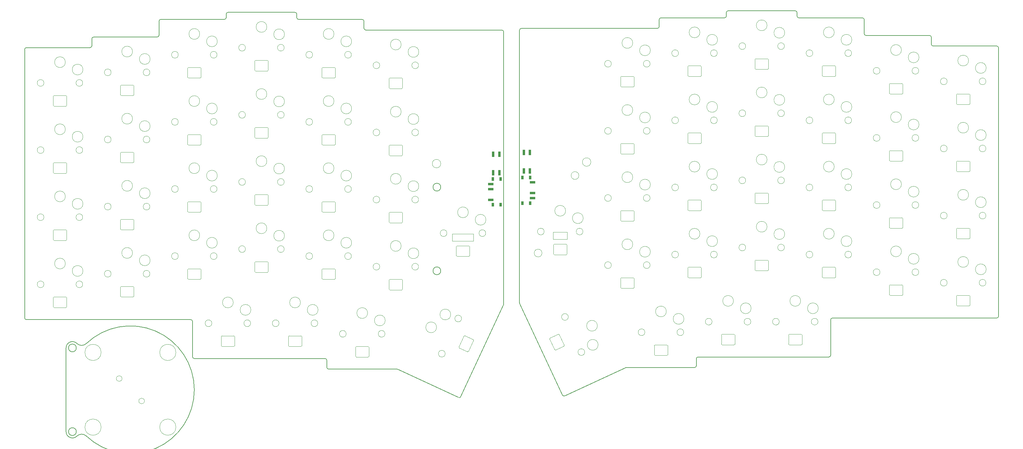
<source format=gtp>
G04 #@! TF.GenerationSoftware,KiCad,Pcbnew,9.0.3*
G04 #@! TF.CreationDate,2025-08-01T16:01:12-04:00*
G04 #@! TF.ProjectId,quartz58,71756172-747a-4353-982e-6b696361645f,rev?*
G04 #@! TF.SameCoordinates,Original*
G04 #@! TF.FileFunction,Paste,Top*
G04 #@! TF.FilePolarity,Positive*
%FSLAX46Y46*%
G04 Gerber Fmt 4.6, Leading zero omitted, Abs format (unit mm)*
G04 Created by KiCad (PCBNEW 9.0.3) date 2025-08-01 16:01:12*
%MOMM*%
%LPD*%
G01*
G04 APERTURE LIST*
%ADD10R,0.711200X1.549400*%
%ADD11R,1.500000X0.700000*%
%ADD12R,0.800000X1.000000*%
G04 #@! TA.AperFunction,Profile*
%ADD13C,0.150000*%
G04 #@! TD*
G04 #@! TA.AperFunction,Profile*
%ADD14C,0.200000*%
G04 #@! TD*
G04 #@! TA.AperFunction,Profile*
%ADD15C,0.050000*%
G04 #@! TD*
G04 #@! TA.AperFunction,Profile*
%ADD16C,0.100000*%
G04 #@! TD*
G04 #@! TA.AperFunction,Profile*
%ADD17C,0.120000*%
G04 #@! TD*
G04 APERTURE END LIST*
D10*
X189227110Y-114698644D03*
X187527108Y-114698644D03*
X187527108Y-119956444D03*
X189227110Y-119956444D03*
D11*
X189977109Y-123177544D03*
X189977109Y-126177544D03*
X189977109Y-127677544D03*
D12*
X189327109Y-121777544D03*
X189327109Y-129077544D03*
X187127109Y-121777544D03*
X187127109Y-129077544D03*
D11*
X178101607Y-128127544D03*
X178101607Y-125127544D03*
X178101607Y-123627544D03*
D12*
X178751607Y-129527544D03*
X178751607Y-122227544D03*
X180951607Y-129527544D03*
X180951607Y-122227544D03*
D10*
X178851606Y-120406444D03*
X180551608Y-120406444D03*
X180551608Y-115148644D03*
X178851606Y-115148644D03*
D13*
X186348957Y-157573007D02*
G75*
G02*
X186302111Y-157361695I453145J211307D01*
G01*
X225902109Y-78977544D02*
G75*
G02*
X225402109Y-79477607I-500107J44D01*
G01*
X236427109Y-175227544D02*
G75*
G02*
X235927109Y-175727607I-500107J44D01*
G01*
X283552109Y-76477544D02*
X265502109Y-76477544D01*
X274527109Y-172227544D02*
G75*
G02*
X274027109Y-172727607I-500107J44D01*
G01*
X274527109Y-172227544D02*
X274527109Y-162177544D01*
X244452109Y-76477544D02*
X226402109Y-76477544D01*
X274527109Y-162177544D02*
G75*
G02*
X275027109Y-161677607I499893J44D01*
G01*
X186348956Y-157573007D02*
X198456219Y-183536662D01*
X303102109Y-83977544D02*
X303102109Y-81977544D01*
X322152109Y-161177544D02*
X322152109Y-84977544D01*
X199120682Y-183778503D02*
G75*
G02*
X198456234Y-183536655I-211280J453203D01*
G01*
X216285557Y-175774390D02*
G75*
G02*
X216496866Y-175727544I211145J-452410D01*
G01*
X265502109Y-76477544D02*
G75*
G02*
X265002158Y-75977544I-7J499944D01*
G01*
X264502109Y-74477544D02*
G75*
G02*
X265002158Y-74977544I-7J-500056D01*
G01*
X321652109Y-84477544D02*
X303602109Y-84477544D01*
X275027109Y-161677544D02*
X321652109Y-161677544D01*
X284552109Y-81477544D02*
G75*
G02*
X284052158Y-80977544I-7J499944D01*
G01*
X264502109Y-74477544D02*
X245452109Y-74477544D01*
X321652109Y-84477544D02*
G75*
G02*
X322152158Y-84977544I-7J-500056D01*
G01*
X284052109Y-80977544D02*
X284052109Y-76977544D01*
X225402109Y-79477544D02*
X186802109Y-79477544D01*
X216496866Y-175727544D02*
X235927109Y-175727544D01*
X225902109Y-76977544D02*
X225902109Y-78977544D01*
X244952109Y-74977544D02*
G75*
G02*
X245452109Y-74477607I499893J44D01*
G01*
X236427109Y-173227544D02*
G75*
G02*
X236927109Y-172727607I499893J44D01*
G01*
X302602109Y-81477544D02*
G75*
G02*
X303102158Y-81977544I-7J-500056D01*
G01*
X265002109Y-75977544D02*
X265002109Y-74977544D01*
X236427109Y-175227544D02*
X236427109Y-173227544D01*
X283552109Y-76477544D02*
G75*
G02*
X284052158Y-76977544I-7J-500056D01*
G01*
X303602109Y-84477544D02*
G75*
G02*
X303102158Y-83977544I-7J499944D01*
G01*
X322152109Y-161177544D02*
G75*
G02*
X321652109Y-161677607I-500107J44D01*
G01*
X186302109Y-79977544D02*
X186302109Y-157361695D01*
X225902109Y-76977544D02*
G75*
G02*
X226402109Y-76477607I499893J44D01*
G01*
X186302109Y-79977544D02*
G75*
G02*
X186802109Y-79477607I499893J44D01*
G01*
X244952109Y-75977544D02*
G75*
G02*
X244452109Y-76477607I-500107J44D01*
G01*
X302602109Y-81477544D02*
X284552109Y-81477544D01*
X199120681Y-183778503D02*
X216285557Y-175774390D01*
X244952109Y-74977544D02*
X244952109Y-75977544D01*
X236927109Y-172727544D02*
X274027109Y-172727544D01*
D14*
X57678796Y-170155224D02*
G75*
G02*
X60787780Y-168919594I1800019J42D01*
G01*
X60578796Y-193904244D02*
G75*
G02*
X58378796Y-193904244I-1100000J0D01*
G01*
X58378796Y-193904244D02*
G75*
G02*
X60578796Y-193904244I1100000J0D01*
G01*
X60578796Y-170155224D02*
G75*
G02*
X58378796Y-170155224I-1100000J0D01*
G01*
X58378796Y-170155224D02*
G75*
G02*
X60578796Y-170155224I1100000J0D01*
G01*
X60753479Y-195175152D02*
G75*
G02*
X63427651Y-195153661I1348036J-1351830D01*
G01*
X60750201Y-195178431D02*
G75*
G02*
X57678849Y-193904251I-1271386J1274149D01*
G01*
X63419106Y-168913963D02*
G75*
G02*
X60790947Y-168920627I-1317591J1381481D01*
G01*
X57678796Y-170155224D02*
X57678796Y-193904244D01*
X63419106Y-168913964D02*
G75*
G02*
X63427689Y-195153681I12509689J-13115768D01*
G01*
D13*
X169622497Y-183986661D02*
G75*
G02*
X168958020Y-184228535I-453197J211361D01*
G01*
X151581850Y-176177544D02*
X132151607Y-176177544D01*
X103076607Y-76427544D02*
X103076607Y-75427544D01*
X168958035Y-184228503D02*
X151793159Y-176224390D01*
X103576607Y-74927544D02*
X122626607Y-74927544D01*
X181776606Y-157811695D02*
G75*
G02*
X181729765Y-158023010I-499606J-105D01*
G01*
X181276607Y-79927544D02*
G75*
G02*
X181776556Y-80427544I-7J-499956D01*
G01*
X123626607Y-76927544D02*
X141676607Y-76927544D01*
X84026607Y-77427544D02*
G75*
G02*
X84526607Y-76927507I499993J44D01*
G01*
X93551607Y-172677544D02*
X93551607Y-162627544D01*
X94051607Y-173177544D02*
G75*
G02*
X93551556Y-172677544I-7J500044D01*
G01*
X151581850Y-176177544D02*
G75*
G02*
X151793164Y-176224379I-50J-500356D01*
G01*
X122626607Y-74927544D02*
G75*
G02*
X123126556Y-75427544I-7J-499956D01*
G01*
X65476607Y-81927544D02*
X83526607Y-81927544D01*
X132151607Y-176177544D02*
G75*
G02*
X131651556Y-175677544I-7J500044D01*
G01*
X142676607Y-79927544D02*
G75*
G02*
X142176556Y-79427544I-7J500044D01*
G01*
X142676607Y-79927544D02*
X181276607Y-79927544D01*
X142176607Y-77427544D02*
X142176607Y-79427544D01*
X84526607Y-76927544D02*
X102576607Y-76927544D01*
X46426607Y-84927544D02*
X64476607Y-84927544D01*
X131151607Y-173177544D02*
X94051607Y-173177544D01*
X46426607Y-162127544D02*
G75*
G02*
X45926556Y-161627544I-7J500044D01*
G01*
X64976607Y-84427544D02*
G75*
G02*
X64476607Y-84927507I-500007J44D01*
G01*
X131651607Y-175677544D02*
X131651607Y-173677544D01*
X123126607Y-75427544D02*
X123126607Y-76427544D01*
X181729760Y-158023007D02*
X169622497Y-183986662D01*
X84026607Y-81427544D02*
G75*
G02*
X83526607Y-81927507I-500007J44D01*
G01*
X64976607Y-84427544D02*
X64976607Y-82427544D01*
X181776607Y-80427544D02*
X181776607Y-157811695D01*
X45926607Y-85427544D02*
G75*
G02*
X46426607Y-84927507I499993J44D01*
G01*
X45926607Y-161627544D02*
X45926607Y-85427544D01*
X141676607Y-76927544D02*
G75*
G02*
X142176556Y-77427544I-7J-499956D01*
G01*
X64976607Y-82427544D02*
G75*
G02*
X65476607Y-81927507I499993J44D01*
G01*
X123626607Y-76927544D02*
G75*
G02*
X123126556Y-76427544I-7J500044D01*
G01*
X93051607Y-162127544D02*
X46426607Y-162127544D01*
X103076607Y-75427544D02*
G75*
G02*
X103576607Y-74927507I499993J44D01*
G01*
X93051607Y-162127544D02*
G75*
G02*
X93551556Y-162627544I-7J-499956D01*
G01*
X103076607Y-76427544D02*
G75*
G02*
X102576607Y-76927507I-500007J44D01*
G01*
X84026607Y-81427544D02*
X84026607Y-77427544D01*
X131151607Y-173177544D02*
G75*
G02*
X131651556Y-173677544I-7J-499956D01*
G01*
D15*
X269477109Y-86502544D02*
G75*
G02*
X267577109Y-86502544I-950000J0D01*
G01*
X267577109Y-86502544D02*
G75*
G02*
X269477109Y-86502544I950000J0D01*
G01*
D16*
X275552109Y-80602544D02*
G75*
G02*
X272502109Y-80602544I-1525000J0D01*
G01*
X272502109Y-80602544D02*
G75*
G02*
X275552109Y-80602544I1525000J0D01*
G01*
X280552109Y-82702544D02*
G75*
G02*
X277502109Y-82702544I-1525000J0D01*
G01*
X277502109Y-82702544D02*
G75*
G02*
X280552109Y-82702544I1525000J0D01*
G01*
D15*
X280477109Y-86502544D02*
G75*
G02*
X278577109Y-86502544I-950000J0D01*
G01*
X278577109Y-86502544D02*
G75*
G02*
X280477109Y-86502544I950000J0D01*
G01*
X307577109Y-113552544D02*
G75*
G02*
X305677109Y-113552544I-950000J0D01*
G01*
X305677109Y-113552544D02*
G75*
G02*
X307577109Y-113552544I950000J0D01*
G01*
D16*
X313652109Y-107652544D02*
G75*
G02*
X310602109Y-107652544I-1525000J0D01*
G01*
X310602109Y-107652544D02*
G75*
G02*
X313652109Y-107652544I1525000J0D01*
G01*
X318652109Y-109752544D02*
G75*
G02*
X315602109Y-109752544I-1525000J0D01*
G01*
X315602109Y-109752544D02*
G75*
G02*
X318652109Y-109752544I1525000J0D01*
G01*
D15*
X318577109Y-113552544D02*
G75*
G02*
X316677109Y-113552544I-950000J0D01*
G01*
X316677109Y-113552544D02*
G75*
G02*
X318577109Y-113552544I950000J0D01*
G01*
X200129398Y-161366344D02*
G75*
G02*
X198229398Y-161366344I-950000J0D01*
G01*
X198229398Y-161366344D02*
G75*
G02*
X200129398Y-161366344I950000J0D01*
G01*
X204778198Y-171335730D02*
G75*
G02*
X202878198Y-171335730I-950000J0D01*
G01*
X202878198Y-171335730D02*
G75*
G02*
X204778198Y-171335730I950000J0D01*
G01*
D16*
X208376015Y-163857589D02*
G75*
G02*
X205326013Y-163857589I-1525001J0D01*
G01*
X205326013Y-163857589D02*
G75*
G02*
X208376015Y-163857589I1525001J0D01*
G01*
X208585859Y-169276627D02*
G75*
G02*
X205535859Y-169276627I-1525000J0D01*
G01*
X205535859Y-169276627D02*
G75*
G02*
X208585859Y-169276627I1525000J0D01*
G01*
D15*
X288527109Y-148652544D02*
G75*
G02*
X286627109Y-148652544I-950000J0D01*
G01*
X286627109Y-148652544D02*
G75*
G02*
X288527109Y-148652544I950000J0D01*
G01*
D16*
X294602109Y-142752544D02*
G75*
G02*
X291552109Y-142752544I-1525000J0D01*
G01*
X291552109Y-142752544D02*
G75*
G02*
X294602109Y-142752544I1525000J0D01*
G01*
X299602109Y-144852544D02*
G75*
G02*
X296552109Y-144852544I-1525000J0D01*
G01*
X296552109Y-144852544D02*
G75*
G02*
X299602109Y-144852544I1525000J0D01*
G01*
D15*
X299527109Y-148652544D02*
G75*
G02*
X297627109Y-148652544I-950000J0D01*
G01*
X297627109Y-148652544D02*
G75*
G02*
X299527109Y-148652544I950000J0D01*
G01*
X250427109Y-141652544D02*
G75*
G02*
X248527109Y-141652544I-950000J0D01*
G01*
X248527109Y-141652544D02*
G75*
G02*
X250427109Y-141652544I950000J0D01*
G01*
D16*
X256502109Y-135752544D02*
G75*
G02*
X253452109Y-135752544I-1525000J0D01*
G01*
X253452109Y-135752544D02*
G75*
G02*
X256502109Y-135752544I1525000J0D01*
G01*
X261502109Y-137852544D02*
G75*
G02*
X258452109Y-137852544I-1525000J0D01*
G01*
X258452109Y-137852544D02*
G75*
G02*
X261502109Y-137852544I1525000J0D01*
G01*
D15*
X261427109Y-141652544D02*
G75*
G02*
X259527109Y-141652544I-950000J0D01*
G01*
X259527109Y-141652544D02*
G75*
G02*
X261427109Y-141652544I950000J0D01*
G01*
X212327109Y-146652544D02*
G75*
G02*
X210427109Y-146652544I-950000J0D01*
G01*
X210427109Y-146652544D02*
G75*
G02*
X212327109Y-146652544I950000J0D01*
G01*
D16*
X218402109Y-140752544D02*
G75*
G02*
X215352109Y-140752544I-1525000J0D01*
G01*
X215352109Y-140752544D02*
G75*
G02*
X218402109Y-140752544I1525000J0D01*
G01*
X223402109Y-142852544D02*
G75*
G02*
X220352109Y-142852544I-1525000J0D01*
G01*
X220352109Y-142852544D02*
G75*
G02*
X223402109Y-142852544I1525000J0D01*
G01*
D15*
X223327109Y-146652544D02*
G75*
G02*
X221427109Y-146652544I-950000J0D01*
G01*
X221427109Y-146652544D02*
G75*
G02*
X223327109Y-146652544I950000J0D01*
G01*
X212327109Y-127602544D02*
G75*
G02*
X210427109Y-127602544I-950000J0D01*
G01*
X210427109Y-127602544D02*
G75*
G02*
X212327109Y-127602544I950000J0D01*
G01*
D16*
X218402109Y-121702544D02*
G75*
G02*
X215352109Y-121702544I-1525000J0D01*
G01*
X215352109Y-121702544D02*
G75*
G02*
X218402109Y-121702544I1525000J0D01*
G01*
X223402109Y-123802544D02*
G75*
G02*
X220352109Y-123802544I-1525000J0D01*
G01*
X220352109Y-123802544D02*
G75*
G02*
X223402109Y-123802544I1525000J0D01*
G01*
D15*
X223327109Y-127602544D02*
G75*
G02*
X221427109Y-127602544I-950000J0D01*
G01*
X221427109Y-127602544D02*
G75*
G02*
X223327109Y-127602544I950000J0D01*
G01*
X231377109Y-86502544D02*
G75*
G02*
X229477109Y-86502544I-950000J0D01*
G01*
X229477109Y-86502544D02*
G75*
G02*
X231377109Y-86502544I950000J0D01*
G01*
D16*
X237452109Y-80602544D02*
G75*
G02*
X234402109Y-80602544I-1525000J0D01*
G01*
X234402109Y-80602544D02*
G75*
G02*
X237452109Y-80602544I1525000J0D01*
G01*
X242452109Y-82702544D02*
G75*
G02*
X239402109Y-82702544I-1525000J0D01*
G01*
X239402109Y-82702544D02*
G75*
G02*
X242452109Y-82702544I1525000J0D01*
G01*
D15*
X242377109Y-86502544D02*
G75*
G02*
X240477109Y-86502544I-950000J0D01*
G01*
X240477109Y-86502544D02*
G75*
G02*
X242377109Y-86502544I950000J0D01*
G01*
X259952109Y-162702544D02*
G75*
G02*
X258052109Y-162702544I-950000J0D01*
G01*
X258052109Y-162702544D02*
G75*
G02*
X259952109Y-162702544I950000J0D01*
G01*
D16*
X266027109Y-156802544D02*
G75*
G02*
X262977109Y-156802544I-1525000J0D01*
G01*
X262977109Y-156802544D02*
G75*
G02*
X266027109Y-156802544I1525000J0D01*
G01*
X271027109Y-158902544D02*
G75*
G02*
X267977109Y-158902544I-1525000J0D01*
G01*
X267977109Y-158902544D02*
G75*
G02*
X271027109Y-158902544I1525000J0D01*
G01*
D15*
X270952109Y-162702544D02*
G75*
G02*
X269052109Y-162702544I-950000J0D01*
G01*
X269052109Y-162702544D02*
G75*
G02*
X270952109Y-162702544I950000J0D01*
G01*
X212327109Y-89502544D02*
G75*
G02*
X210427109Y-89502544I-950000J0D01*
G01*
X210427109Y-89502544D02*
G75*
G02*
X212327109Y-89502544I950000J0D01*
G01*
D16*
X218402109Y-83602544D02*
G75*
G02*
X215352109Y-83602544I-1525000J0D01*
G01*
X215352109Y-83602544D02*
G75*
G02*
X218402109Y-83602544I1525000J0D01*
G01*
X223402109Y-85702544D02*
G75*
G02*
X220352109Y-85702544I-1525000J0D01*
G01*
X220352109Y-85702544D02*
G75*
G02*
X223402109Y-85702544I1525000J0D01*
G01*
D15*
X223327109Y-89502544D02*
G75*
G02*
X221427109Y-89502544I-950000J0D01*
G01*
X221427109Y-89502544D02*
G75*
G02*
X223327109Y-89502544I950000J0D01*
G01*
X307577109Y-132602544D02*
G75*
G02*
X305677109Y-132602544I-950000J0D01*
G01*
X305677109Y-132602544D02*
G75*
G02*
X307577109Y-132602544I950000J0D01*
G01*
D16*
X313652109Y-126702544D02*
G75*
G02*
X310602109Y-126702544I-1525000J0D01*
G01*
X310602109Y-126702544D02*
G75*
G02*
X313652109Y-126702544I1525000J0D01*
G01*
X318652109Y-128802544D02*
G75*
G02*
X315602109Y-128802544I-1525000J0D01*
G01*
X315602109Y-128802544D02*
G75*
G02*
X318652109Y-128802544I1525000J0D01*
G01*
D15*
X318577109Y-132602544D02*
G75*
G02*
X316677109Y-132602544I-950000J0D01*
G01*
X316677109Y-132602544D02*
G75*
G02*
X318577109Y-132602544I950000J0D01*
G01*
X288527109Y-91502544D02*
G75*
G02*
X286627109Y-91502544I-950000J0D01*
G01*
X286627109Y-91502544D02*
G75*
G02*
X288527109Y-91502544I950000J0D01*
G01*
D16*
X294602109Y-85602544D02*
G75*
G02*
X291552109Y-85602544I-1525000J0D01*
G01*
X291552109Y-85602544D02*
G75*
G02*
X294602109Y-85602544I1525000J0D01*
G01*
X299602109Y-87702544D02*
G75*
G02*
X296552109Y-87702544I-1525000J0D01*
G01*
X296552109Y-87702544D02*
G75*
G02*
X299602109Y-87702544I1525000J0D01*
G01*
D15*
X299527109Y-91502544D02*
G75*
G02*
X297627109Y-91502544I-950000J0D01*
G01*
X297627109Y-91502544D02*
G75*
G02*
X299527109Y-91502544I950000J0D01*
G01*
D17*
X272127109Y-109332544D02*
X272127109Y-111932544D01*
X272327109Y-112132544D02*
X275727109Y-112132544D01*
X275727109Y-109132544D02*
X272327109Y-109132544D01*
X275927109Y-111932544D02*
X275927109Y-109332544D01*
X272127109Y-109332544D02*
G75*
G02*
X272327109Y-109132544I200000J0D01*
G01*
X272327109Y-112132544D02*
G75*
G02*
X272127109Y-111932544I0J200000D01*
G01*
X275727109Y-109132544D02*
G75*
G02*
X275927109Y-109332544I-1J-200001D01*
G01*
X275927109Y-111932544D02*
G75*
G02*
X275727109Y-112132544I-200001J1D01*
G01*
X253077109Y-126382544D02*
X253077109Y-128982544D01*
X253277109Y-129182544D02*
X256677109Y-129182544D01*
X256677109Y-126182544D02*
X253277109Y-126182544D01*
X256877109Y-128982544D02*
X256877109Y-126382544D01*
X253077109Y-126382544D02*
G75*
G02*
X253277109Y-126182544I200000J0D01*
G01*
X253277109Y-129182544D02*
G75*
G02*
X253077109Y-128982544I0J200000D01*
G01*
X256677109Y-126182544D02*
G75*
G02*
X256877109Y-126382544I-1J-200001D01*
G01*
X256877109Y-128982544D02*
G75*
G02*
X256677109Y-129182544I-200001J1D01*
G01*
X272127109Y-147432544D02*
X272127109Y-150032544D01*
X272327109Y-150232544D02*
X275727109Y-150232544D01*
X275727109Y-147232544D02*
X272327109Y-147232544D01*
X275927109Y-150032544D02*
X275927109Y-147432544D01*
X272127109Y-147432544D02*
G75*
G02*
X272327109Y-147232544I200000J0D01*
G01*
X272327109Y-150232544D02*
G75*
G02*
X272127109Y-150032544I0J200000D01*
G01*
X275727109Y-147232544D02*
G75*
G02*
X275927109Y-147432544I-1J-200001D01*
G01*
X275927109Y-150032544D02*
G75*
G02*
X275727109Y-150232544I-200001J1D01*
G01*
X272127109Y-90282544D02*
X272127109Y-92882544D01*
X272327109Y-93082544D02*
X275727109Y-93082544D01*
X275727109Y-90082544D02*
X272327109Y-90082544D01*
X275927109Y-92882544D02*
X275927109Y-90282544D01*
X272127109Y-90282544D02*
G75*
G02*
X272327109Y-90082544I200000J0D01*
G01*
X272327109Y-93082544D02*
G75*
G02*
X272127109Y-92882544I0J200000D01*
G01*
X275727109Y-90082544D02*
G75*
G02*
X275927109Y-90282544I-1J-200001D01*
G01*
X275927109Y-92882544D02*
G75*
G02*
X275727109Y-93082544I-200001J1D01*
G01*
X234027109Y-90282544D02*
X234027109Y-92882544D01*
X234227109Y-93082544D02*
X237627109Y-93082544D01*
X237627109Y-90082544D02*
X234227109Y-90082544D01*
X237827109Y-92882544D02*
X237827109Y-90282544D01*
X234027109Y-90282544D02*
G75*
G02*
X234227109Y-90082544I200000J0D01*
G01*
X234227109Y-93082544D02*
G75*
G02*
X234027109Y-92882544I0J200000D01*
G01*
X237627109Y-90082544D02*
G75*
G02*
X237827109Y-90282544I-1J-200001D01*
G01*
X237827109Y-92882544D02*
G75*
G02*
X237627109Y-93082544I-200001J1D01*
G01*
X195927109Y-140907544D02*
X195927109Y-143507544D01*
X196127109Y-143707544D02*
X199527109Y-143707544D01*
X199527109Y-140707544D02*
X196127109Y-140707544D01*
X199727109Y-143507544D02*
X199727109Y-140907544D01*
X195927109Y-140907544D02*
G75*
G02*
X196127109Y-140707544I200000J0D01*
G01*
X196127109Y-143707544D02*
G75*
G02*
X195927109Y-143507544I0J200000D01*
G01*
X199527109Y-140707544D02*
G75*
G02*
X199727109Y-140907544I-1J-200001D01*
G01*
X199727109Y-143507544D02*
G75*
G02*
X199527109Y-143707544I-200001J1D01*
G01*
D15*
X307577109Y-151652544D02*
G75*
G02*
X305677109Y-151652544I-950000J0D01*
G01*
X305677109Y-151652544D02*
G75*
G02*
X307577109Y-151652544I950000J0D01*
G01*
D16*
X313652109Y-145752544D02*
G75*
G02*
X310602109Y-145752544I-1525000J0D01*
G01*
X310602109Y-145752544D02*
G75*
G02*
X313652109Y-145752544I1525000J0D01*
G01*
X318652109Y-147852544D02*
G75*
G02*
X315602109Y-147852544I-1525000J0D01*
G01*
X315602109Y-147852544D02*
G75*
G02*
X318652109Y-147852544I1525000J0D01*
G01*
D15*
X318577109Y-151652544D02*
G75*
G02*
X316677109Y-151652544I-950000J0D01*
G01*
X316677109Y-151652544D02*
G75*
G02*
X318577109Y-151652544I950000J0D01*
G01*
X240902109Y-162702544D02*
G75*
G02*
X239002109Y-162702544I-950000J0D01*
G01*
X239002109Y-162702544D02*
G75*
G02*
X240902109Y-162702544I950000J0D01*
G01*
D16*
X246977109Y-156802544D02*
G75*
G02*
X243927109Y-156802544I-1525000J0D01*
G01*
X243927109Y-156802544D02*
G75*
G02*
X246977109Y-156802544I1525000J0D01*
G01*
X251977109Y-158902544D02*
G75*
G02*
X248927109Y-158902544I-1525000J0D01*
G01*
X248927109Y-158902544D02*
G75*
G02*
X251977109Y-158902544I1525000J0D01*
G01*
D15*
X251902109Y-162702544D02*
G75*
G02*
X250002109Y-162702544I-950000J0D01*
G01*
X250002109Y-162702544D02*
G75*
G02*
X251902109Y-162702544I950000J0D01*
G01*
X231377109Y-105552544D02*
G75*
G02*
X229477109Y-105552544I-950000J0D01*
G01*
X229477109Y-105552544D02*
G75*
G02*
X231377109Y-105552544I950000J0D01*
G01*
D16*
X237452109Y-99652544D02*
G75*
G02*
X234402109Y-99652544I-1525000J0D01*
G01*
X234402109Y-99652544D02*
G75*
G02*
X237452109Y-99652544I1525000J0D01*
G01*
X242452109Y-101752544D02*
G75*
G02*
X239402109Y-101752544I-1525000J0D01*
G01*
X239402109Y-101752544D02*
G75*
G02*
X242452109Y-101752544I1525000J0D01*
G01*
D15*
X242377109Y-105552544D02*
G75*
G02*
X240477109Y-105552544I-950000J0D01*
G01*
X240477109Y-105552544D02*
G75*
G02*
X242377109Y-105552544I950000J0D01*
G01*
X288527109Y-129602544D02*
G75*
G02*
X286627109Y-129602544I-950000J0D01*
G01*
X286627109Y-129602544D02*
G75*
G02*
X288527109Y-129602544I950000J0D01*
G01*
D16*
X294602109Y-123702544D02*
G75*
G02*
X291552109Y-123702544I-1525000J0D01*
G01*
X291552109Y-123702544D02*
G75*
G02*
X294602109Y-123702544I1525000J0D01*
G01*
X299602109Y-125802544D02*
G75*
G02*
X296552109Y-125802544I-1525000J0D01*
G01*
X296552109Y-125802544D02*
G75*
G02*
X299602109Y-125802544I1525000J0D01*
G01*
D15*
X299527109Y-129602544D02*
G75*
G02*
X297627109Y-129602544I-950000J0D01*
G01*
X297627109Y-129602544D02*
G75*
G02*
X299527109Y-129602544I950000J0D01*
G01*
X307577109Y-94502544D02*
G75*
G02*
X305677109Y-94502544I-950000J0D01*
G01*
X305677109Y-94502544D02*
G75*
G02*
X307577109Y-94502544I950000J0D01*
G01*
D16*
X313652109Y-88602544D02*
G75*
G02*
X310602109Y-88602544I-1525000J0D01*
G01*
X310602109Y-88602544D02*
G75*
G02*
X313652109Y-88602544I1525000J0D01*
G01*
X318652109Y-90702544D02*
G75*
G02*
X315602109Y-90702544I-1525000J0D01*
G01*
X315602109Y-90702544D02*
G75*
G02*
X318652109Y-90702544I1525000J0D01*
G01*
D15*
X318577109Y-94502544D02*
G75*
G02*
X316677109Y-94502544I-950000J0D01*
G01*
X316677109Y-94502544D02*
G75*
G02*
X318577109Y-94502544I950000J0D01*
G01*
X269477109Y-143652544D02*
G75*
G02*
X267577109Y-143652544I-950000J0D01*
G01*
X267577109Y-143652544D02*
G75*
G02*
X269477109Y-143652544I950000J0D01*
G01*
D16*
X275552109Y-137752544D02*
G75*
G02*
X272502109Y-137752544I-1525000J0D01*
G01*
X272502109Y-137752544D02*
G75*
G02*
X275552109Y-137752544I1525000J0D01*
G01*
X280552109Y-139852544D02*
G75*
G02*
X277502109Y-139852544I-1525000J0D01*
G01*
X277502109Y-139852544D02*
G75*
G02*
X280552109Y-139852544I1525000J0D01*
G01*
D15*
X280477109Y-143652544D02*
G75*
G02*
X278577109Y-143652544I-950000J0D01*
G01*
X278577109Y-143652544D02*
G75*
G02*
X280477109Y-143652544I950000J0D01*
G01*
X250427109Y-84502544D02*
G75*
G02*
X248527109Y-84502544I-950000J0D01*
G01*
X248527109Y-84502544D02*
G75*
G02*
X250427109Y-84502544I950000J0D01*
G01*
D16*
X256502109Y-78602544D02*
G75*
G02*
X253452109Y-78602544I-1525000J0D01*
G01*
X253452109Y-78602544D02*
G75*
G02*
X256502109Y-78602544I1525000J0D01*
G01*
X261502109Y-80702544D02*
G75*
G02*
X258452109Y-80702544I-1525000J0D01*
G01*
X258452109Y-80702544D02*
G75*
G02*
X261502109Y-80702544I1525000J0D01*
G01*
D15*
X261427109Y-84502544D02*
G75*
G02*
X259527109Y-84502544I-950000J0D01*
G01*
X259527109Y-84502544D02*
G75*
G02*
X261427109Y-84502544I950000J0D01*
G01*
X250427109Y-122602544D02*
G75*
G02*
X248527109Y-122602544I-950000J0D01*
G01*
X248527109Y-122602544D02*
G75*
G02*
X250427109Y-122602544I950000J0D01*
G01*
D16*
X256502109Y-116702544D02*
G75*
G02*
X253452109Y-116702544I-1525000J0D01*
G01*
X253452109Y-116702544D02*
G75*
G02*
X256502109Y-116702544I1525000J0D01*
G01*
X261502109Y-118802544D02*
G75*
G02*
X258452109Y-118802544I-1525000J0D01*
G01*
X258452109Y-118802544D02*
G75*
G02*
X261502109Y-118802544I1525000J0D01*
G01*
D15*
X261427109Y-122602544D02*
G75*
G02*
X259527109Y-122602544I-950000J0D01*
G01*
X259527109Y-122602544D02*
G75*
G02*
X261427109Y-122602544I950000J0D01*
G01*
X221852109Y-165702544D02*
G75*
G02*
X219952109Y-165702544I-950000J0D01*
G01*
X219952109Y-165702544D02*
G75*
G02*
X221852109Y-165702544I950000J0D01*
G01*
D16*
X227927109Y-159802544D02*
G75*
G02*
X224877109Y-159802544I-1525000J0D01*
G01*
X224877109Y-159802544D02*
G75*
G02*
X227927109Y-159802544I1525000J0D01*
G01*
X232927109Y-161902544D02*
G75*
G02*
X229877109Y-161902544I-1525000J0D01*
G01*
X229877109Y-161902544D02*
G75*
G02*
X232927109Y-161902544I1525000J0D01*
G01*
D15*
X232852109Y-165702544D02*
G75*
G02*
X230952109Y-165702544I-950000J0D01*
G01*
X230952109Y-165702544D02*
G75*
G02*
X232852109Y-165702544I950000J0D01*
G01*
X212327109Y-108552544D02*
G75*
G02*
X210427109Y-108552544I-950000J0D01*
G01*
X210427109Y-108552544D02*
G75*
G02*
X212327109Y-108552544I950000J0D01*
G01*
D16*
X218402109Y-102652544D02*
G75*
G02*
X215352109Y-102652544I-1525000J0D01*
G01*
X215352109Y-102652544D02*
G75*
G02*
X218402109Y-102652544I1525000J0D01*
G01*
X223402109Y-104752544D02*
G75*
G02*
X220352109Y-104752544I-1525000J0D01*
G01*
X220352109Y-104752544D02*
G75*
G02*
X223402109Y-104752544I1525000J0D01*
G01*
D15*
X223327109Y-108552544D02*
G75*
G02*
X221427109Y-108552544I-950000J0D01*
G01*
X221427109Y-108552544D02*
G75*
G02*
X223327109Y-108552544I950000J0D01*
G01*
X231377109Y-143652544D02*
G75*
G02*
X229477109Y-143652544I-950000J0D01*
G01*
X229477109Y-143652544D02*
G75*
G02*
X231377109Y-143652544I950000J0D01*
G01*
D16*
X237452109Y-137752544D02*
G75*
G02*
X234402109Y-137752544I-1525000J0D01*
G01*
X234402109Y-137752544D02*
G75*
G02*
X237452109Y-137752544I1525000J0D01*
G01*
X242452109Y-139852544D02*
G75*
G02*
X239402109Y-139852544I-1525000J0D01*
G01*
X239402109Y-139852544D02*
G75*
G02*
X242452109Y-139852544I1525000J0D01*
G01*
D15*
X242377109Y-143652544D02*
G75*
G02*
X240477109Y-143652544I-950000J0D01*
G01*
X240477109Y-143652544D02*
G75*
G02*
X242377109Y-143652544I950000J0D01*
G01*
X193277109Y-137127544D02*
G75*
G02*
X191377109Y-137127544I-950000J0D01*
G01*
X191377109Y-137127544D02*
G75*
G02*
X193277109Y-137127544I950000J0D01*
G01*
D16*
X199352109Y-131227544D02*
G75*
G02*
X196302109Y-131227544I-1525000J0D01*
G01*
X196302109Y-131227544D02*
G75*
G02*
X199352109Y-131227544I1525000J0D01*
G01*
X204352109Y-133327544D02*
G75*
G02*
X201302109Y-133327544I-1525000J0D01*
G01*
X201302109Y-133327544D02*
G75*
G02*
X204352109Y-133327544I1525000J0D01*
G01*
D15*
X204277109Y-137127544D02*
G75*
G02*
X202377109Y-137127544I-950000J0D01*
G01*
X202377109Y-137127544D02*
G75*
G02*
X204277109Y-137127544I950000J0D01*
G01*
X269477109Y-124602544D02*
G75*
G02*
X267577109Y-124602544I-950000J0D01*
G01*
X267577109Y-124602544D02*
G75*
G02*
X269477109Y-124602544I950000J0D01*
G01*
D16*
X275552109Y-118702544D02*
G75*
G02*
X272502109Y-118702544I-1525000J0D01*
G01*
X272502109Y-118702544D02*
G75*
G02*
X275552109Y-118702544I1525000J0D01*
G01*
X280552109Y-120802544D02*
G75*
G02*
X277502109Y-120802544I-1525000J0D01*
G01*
X277502109Y-120802544D02*
G75*
G02*
X280552109Y-120802544I1525000J0D01*
G01*
D15*
X280477109Y-124602544D02*
G75*
G02*
X278577109Y-124602544I-950000J0D01*
G01*
X278577109Y-124602544D02*
G75*
G02*
X280477109Y-124602544I950000J0D01*
G01*
X231377109Y-124602544D02*
G75*
G02*
X229477109Y-124602544I-950000J0D01*
G01*
X229477109Y-124602544D02*
G75*
G02*
X231377109Y-124602544I950000J0D01*
G01*
D16*
X237452109Y-118702544D02*
G75*
G02*
X234402109Y-118702544I-1525000J0D01*
G01*
X234402109Y-118702544D02*
G75*
G02*
X237452109Y-118702544I1525000J0D01*
G01*
X242452109Y-120802544D02*
G75*
G02*
X239402109Y-120802544I-1525000J0D01*
G01*
X239402109Y-120802544D02*
G75*
G02*
X242452109Y-120802544I1525000J0D01*
G01*
D15*
X242377109Y-124602544D02*
G75*
G02*
X240477109Y-124602544I-950000J0D01*
G01*
X240477109Y-124602544D02*
G75*
G02*
X242377109Y-124602544I950000J0D01*
G01*
X250427109Y-103552544D02*
G75*
G02*
X248527109Y-103552544I-950000J0D01*
G01*
X248527109Y-103552544D02*
G75*
G02*
X250427109Y-103552544I950000J0D01*
G01*
D16*
X256502109Y-97652544D02*
G75*
G02*
X253452109Y-97652544I-1525000J0D01*
G01*
X253452109Y-97652544D02*
G75*
G02*
X256502109Y-97652544I1525000J0D01*
G01*
X261502109Y-99752544D02*
G75*
G02*
X258452109Y-99752544I-1525000J0D01*
G01*
X258452109Y-99752544D02*
G75*
G02*
X261502109Y-99752544I1525000J0D01*
G01*
D15*
X261427109Y-103552544D02*
G75*
G02*
X259527109Y-103552544I-950000J0D01*
G01*
X259527109Y-103552544D02*
G75*
G02*
X261427109Y-103552544I950000J0D01*
G01*
D17*
X253077109Y-88282544D02*
X253077109Y-90882544D01*
X253277109Y-91082544D02*
X256677109Y-91082544D01*
X256677109Y-88082544D02*
X253277109Y-88082544D01*
X256877109Y-90882544D02*
X256877109Y-88282544D01*
X253077109Y-88282544D02*
G75*
G02*
X253277109Y-88082544I200000J0D01*
G01*
X253277109Y-91082544D02*
G75*
G02*
X253077109Y-90882544I0J200000D01*
G01*
X256677109Y-88082544D02*
G75*
G02*
X256877109Y-88282544I-1J-200001D01*
G01*
X256877109Y-90882544D02*
G75*
G02*
X256677109Y-91082544I-200001J1D01*
G01*
X224502109Y-169482544D02*
X224502109Y-172082544D01*
X224702109Y-172282544D02*
X228102109Y-172282544D01*
X228102109Y-169282544D02*
X224702109Y-169282544D01*
X228302109Y-172082544D02*
X228302109Y-169482544D01*
X224502109Y-169482544D02*
G75*
G02*
X224702109Y-169282544I200000J0D01*
G01*
X224702109Y-172282544D02*
G75*
G02*
X224502109Y-172082544I0J200000D01*
G01*
X228102109Y-169282544D02*
G75*
G02*
X228302109Y-169482544I-1J-200001D01*
G01*
X228302109Y-172082544D02*
G75*
G02*
X228102109Y-172282544I-200001J1D01*
G01*
X214977109Y-93282544D02*
X214977109Y-95882544D01*
X215177109Y-96082544D02*
X218577109Y-96082544D01*
X218577109Y-93082544D02*
X215177109Y-93082544D01*
X218777109Y-95882544D02*
X218777109Y-93282544D01*
X214977109Y-93282544D02*
G75*
G02*
X215177109Y-93082544I200000J0D01*
G01*
X215177109Y-96082544D02*
G75*
G02*
X214977109Y-95882544I0J200000D01*
G01*
X218577109Y-93082544D02*
G75*
G02*
X218777109Y-93282544I-1J-200001D01*
G01*
X218777109Y-95882544D02*
G75*
G02*
X218577109Y-96082544I-200001J1D01*
G01*
X310227109Y-155432544D02*
X310227109Y-158032544D01*
X310427109Y-158232544D02*
X313827109Y-158232544D01*
X313827109Y-155232544D02*
X310427109Y-155232544D01*
X314027109Y-158032544D02*
X314027109Y-155432544D01*
X310227109Y-155432544D02*
G75*
G02*
X310427109Y-155232544I200000J0D01*
G01*
X310427109Y-158232544D02*
G75*
G02*
X310227109Y-158032544I0J200000D01*
G01*
X313827109Y-155232544D02*
G75*
G02*
X314027109Y-155432544I-1J-200001D01*
G01*
X314027109Y-158032544D02*
G75*
G02*
X313827109Y-158232544I-200001J1D01*
G01*
X253077109Y-145432544D02*
X253077109Y-148032544D01*
X253277109Y-148232544D02*
X256677109Y-148232544D01*
X256677109Y-145232544D02*
X253277109Y-145232544D01*
X256877109Y-148032544D02*
X256877109Y-145432544D01*
X253077109Y-145432544D02*
G75*
G02*
X253277109Y-145232544I200000J0D01*
G01*
X253277109Y-148232544D02*
G75*
G02*
X253077109Y-148032544I0J200000D01*
G01*
X256677109Y-145232544D02*
G75*
G02*
X256877109Y-145432544I-1J-200001D01*
G01*
X256877109Y-148032544D02*
G75*
G02*
X256677109Y-148232544I-200001J1D01*
G01*
X234027109Y-109332544D02*
X234027109Y-111932544D01*
X234227109Y-112132544D02*
X237627109Y-112132544D01*
X237627109Y-109132544D02*
X234227109Y-109132544D01*
X237827109Y-111932544D02*
X237827109Y-109332544D01*
X234027109Y-109332544D02*
G75*
G02*
X234227109Y-109132544I200000J0D01*
G01*
X234227109Y-112132544D02*
G75*
G02*
X234027109Y-111932544I0J200000D01*
G01*
X237627109Y-109132544D02*
G75*
G02*
X237827109Y-109332544I-1J-200001D01*
G01*
X237827109Y-111932544D02*
G75*
G02*
X237627109Y-112132544I-200001J1D01*
G01*
X310227109Y-98282544D02*
X310227109Y-100882544D01*
X310427109Y-101082544D02*
X313827109Y-101082544D01*
X313827109Y-98082544D02*
X310427109Y-98082544D01*
X314027109Y-100882544D02*
X314027109Y-98282544D01*
X310227109Y-98282544D02*
G75*
G02*
X310427109Y-98082544I200000J0D01*
G01*
X310427109Y-101082544D02*
G75*
G02*
X310227109Y-100882544I0J200000D01*
G01*
X313827109Y-98082544D02*
G75*
G02*
X314027109Y-98282544I-1J-200001D01*
G01*
X314027109Y-100882544D02*
G75*
G02*
X313827109Y-101082544I-200001J1D01*
G01*
D16*
X206527109Y-117402544D02*
G75*
G02*
X204127109Y-117402544I-1200000J0D01*
G01*
X204127109Y-117402544D02*
G75*
G02*
X206527109Y-117402544I1200000J0D01*
G01*
D17*
X272127109Y-128382544D02*
X272127109Y-130982544D01*
X272327109Y-131182544D02*
X275727109Y-131182544D01*
X275727109Y-128182544D02*
X272327109Y-128182544D01*
X275927109Y-130982544D02*
X275927109Y-128382544D01*
X272127109Y-128382544D02*
G75*
G02*
X272327109Y-128182544I200000J0D01*
G01*
X272327109Y-131182544D02*
G75*
G02*
X272127109Y-130982544I0J200000D01*
G01*
X275727109Y-128182544D02*
G75*
G02*
X275927109Y-128382544I-1J-200001D01*
G01*
X275927109Y-130982544D02*
G75*
G02*
X275727109Y-131182544I-200001J1D01*
G01*
X253077109Y-107332544D02*
X253077109Y-109932544D01*
X253277109Y-110132544D02*
X256677109Y-110132544D01*
X256677109Y-107132544D02*
X253277109Y-107132544D01*
X256877109Y-109932544D02*
X256877109Y-107332544D01*
X253077109Y-107332544D02*
G75*
G02*
X253277109Y-107132544I200000J0D01*
G01*
X253277109Y-110132544D02*
G75*
G02*
X253077109Y-109932544I0J200000D01*
G01*
X256677109Y-107132544D02*
G75*
G02*
X256877109Y-107332544I-1J-200001D01*
G01*
X256877109Y-109932544D02*
G75*
G02*
X256677109Y-110132544I-200001J1D01*
G01*
X291177109Y-95282544D02*
X291177109Y-97882544D01*
X291377109Y-98082544D02*
X294777109Y-98082544D01*
X294777109Y-95082544D02*
X291377109Y-95082544D01*
X294977109Y-97882544D02*
X294977109Y-95282544D01*
X291177109Y-95282544D02*
G75*
G02*
X291377109Y-95082544I200000J0D01*
G01*
X291377109Y-98082544D02*
G75*
G02*
X291177109Y-97882544I0J200000D01*
G01*
X294777109Y-95082544D02*
G75*
G02*
X294977109Y-95282544I-1J-200001D01*
G01*
X294977109Y-97882544D02*
G75*
G02*
X294777109Y-98082544I-200001J1D01*
G01*
X214977109Y-131382544D02*
X214977109Y-133982544D01*
X215177109Y-134182544D02*
X218577109Y-134182544D01*
X218577109Y-131182544D02*
X215177109Y-131182544D01*
X218777109Y-133982544D02*
X218777109Y-131382544D01*
X214977109Y-131382544D02*
G75*
G02*
X215177109Y-131182544I200000J0D01*
G01*
X215177109Y-134182544D02*
G75*
G02*
X214977109Y-133982544I0J200000D01*
G01*
X218577109Y-131182544D02*
G75*
G02*
X218777109Y-131382544I-1J-200001D01*
G01*
X218777109Y-133982544D02*
G75*
G02*
X218577109Y-134182544I-200001J1D01*
G01*
X310227109Y-136382544D02*
X310227109Y-138982544D01*
X310427109Y-139182544D02*
X313827109Y-139182544D01*
X313827109Y-136182544D02*
X310427109Y-136182544D01*
X314027109Y-138982544D02*
X314027109Y-136382544D01*
X310227109Y-136382544D02*
G75*
G02*
X310427109Y-136182544I200000J0D01*
G01*
X310427109Y-139182544D02*
G75*
G02*
X310227109Y-138982544I0J200000D01*
G01*
X313827109Y-136182544D02*
G75*
G02*
X314027109Y-136382544I-1J-200001D01*
G01*
X314027109Y-138982544D02*
G75*
G02*
X313827109Y-139182544I-200001J1D01*
G01*
X291177109Y-133382544D02*
X291177109Y-135982544D01*
X291377109Y-136182544D02*
X294777109Y-136182544D01*
X294777109Y-133182544D02*
X291377109Y-133182544D01*
X294977109Y-135982544D02*
X294977109Y-133382544D01*
X291177109Y-133382544D02*
G75*
G02*
X291377109Y-133182544I200000J0D01*
G01*
X291377109Y-136182544D02*
G75*
G02*
X291177109Y-135982544I0J200000D01*
G01*
X294777109Y-133182544D02*
G75*
G02*
X294977109Y-133382544I-1J-200001D01*
G01*
X294977109Y-135982544D02*
G75*
G02*
X294777109Y-136182544I-200001J1D01*
G01*
X291177109Y-152432544D02*
X291177109Y-155032544D01*
X291377109Y-155232544D02*
X294777109Y-155232544D01*
X294777109Y-152232544D02*
X291377109Y-152232544D01*
X294977109Y-155032544D02*
X294977109Y-152432544D01*
X291177109Y-152432544D02*
G75*
G02*
X291377109Y-152232544I200000J0D01*
G01*
X291377109Y-155232544D02*
G75*
G02*
X291177109Y-155032544I0J200000D01*
G01*
X294777109Y-152232544D02*
G75*
G02*
X294977109Y-152432544I-1J-200001D01*
G01*
X294977109Y-155032544D02*
G75*
G02*
X294777109Y-155232544I-200001J1D01*
G01*
X194821841Y-167591141D02*
X196258743Y-170672588D01*
X196524529Y-170769326D02*
X198880929Y-169670518D01*
X197274979Y-166226548D02*
X194918579Y-167325356D01*
X198977667Y-169404733D02*
X197540765Y-166323286D01*
X194821841Y-167591141D02*
G75*
G02*
X194918579Y-167325356I181262J84523D01*
G01*
X196524529Y-170769326D02*
G75*
G02*
X196258744Y-170672587I-84523J181262D01*
G01*
X197274979Y-166226548D02*
G75*
G02*
X197540765Y-166323286I84524J-181262D01*
G01*
X198977667Y-169404733D02*
G75*
G02*
X198880929Y-169670518I-181263J-84523D01*
G01*
D15*
X288527109Y-110552544D02*
G75*
G02*
X286627109Y-110552544I-950000J0D01*
G01*
X286627109Y-110552544D02*
G75*
G02*
X288527109Y-110552544I950000J0D01*
G01*
D16*
X294602109Y-104652544D02*
G75*
G02*
X291552109Y-104652544I-1525000J0D01*
G01*
X291552109Y-104652544D02*
G75*
G02*
X294602109Y-104652544I1525000J0D01*
G01*
X299602109Y-106752544D02*
G75*
G02*
X296552109Y-106752544I-1525000J0D01*
G01*
X296552109Y-106752544D02*
G75*
G02*
X299602109Y-106752544I1525000J0D01*
G01*
D15*
X299527109Y-110552544D02*
G75*
G02*
X297627109Y-110552544I-950000J0D01*
G01*
X297627109Y-110552544D02*
G75*
G02*
X299527109Y-110552544I950000J0D01*
G01*
X269477109Y-105552544D02*
G75*
G02*
X267577109Y-105552544I-950000J0D01*
G01*
X267577109Y-105552544D02*
G75*
G02*
X269477109Y-105552544I950000J0D01*
G01*
D16*
X275552109Y-99652544D02*
G75*
G02*
X272502109Y-99652544I-1525000J0D01*
G01*
X272502109Y-99652544D02*
G75*
G02*
X275552109Y-99652544I1525000J0D01*
G01*
X280552109Y-101752544D02*
G75*
G02*
X277502109Y-101752544I-1525000J0D01*
G01*
X277502109Y-101752544D02*
G75*
G02*
X280552109Y-101752544I1525000J0D01*
G01*
D15*
X280477109Y-105552544D02*
G75*
G02*
X278577109Y-105552544I-950000J0D01*
G01*
X278577109Y-105552544D02*
G75*
G02*
X280477109Y-105552544I950000J0D01*
G01*
D17*
X214977109Y-150432544D02*
X214977109Y-153032544D01*
X215177109Y-153232544D02*
X218577109Y-153232544D01*
X218577109Y-150232544D02*
X215177109Y-150232544D01*
X218777109Y-153032544D02*
X218777109Y-150432544D01*
X214977109Y-150432544D02*
G75*
G02*
X215177109Y-150232544I200000J0D01*
G01*
X215177109Y-153232544D02*
G75*
G02*
X214977109Y-153032544I0J200000D01*
G01*
X218577109Y-150232544D02*
G75*
G02*
X218777109Y-150432544I-1J-200001D01*
G01*
X218777109Y-153032544D02*
G75*
G02*
X218577109Y-153232544I-200001J1D01*
G01*
X214977109Y-112332544D02*
X214977109Y-114932544D01*
X215177109Y-115132544D02*
X218577109Y-115132544D01*
X218577109Y-112132544D02*
X215177109Y-112132544D01*
X218777109Y-114932544D02*
X218777109Y-112332544D01*
X214977109Y-112332544D02*
G75*
G02*
X215177109Y-112132544I200000J0D01*
G01*
X215177109Y-115132544D02*
G75*
G02*
X214977109Y-114932544I0J200000D01*
G01*
X218577109Y-112132544D02*
G75*
G02*
X218777109Y-112332544I-1J-200001D01*
G01*
X218777109Y-114932544D02*
G75*
G02*
X218577109Y-115132544I-200001J1D01*
G01*
X234027109Y-128382544D02*
X234027109Y-130982544D01*
X234227109Y-131182544D02*
X237627109Y-131182544D01*
X237627109Y-128182544D02*
X234227109Y-128182544D01*
X237827109Y-130982544D02*
X237827109Y-128382544D01*
X234027109Y-128382544D02*
G75*
G02*
X234227109Y-128182544I200000J0D01*
G01*
X234227109Y-131182544D02*
G75*
G02*
X234027109Y-130982544I0J200000D01*
G01*
X237627109Y-128182544D02*
G75*
G02*
X237827109Y-128382544I-1J-200001D01*
G01*
X237827109Y-130982544D02*
G75*
G02*
X237627109Y-131182544I-200001J1D01*
G01*
X262602109Y-166482544D02*
X262602109Y-169082544D01*
X262802109Y-169282544D02*
X266202109Y-169282544D01*
X266202109Y-166282544D02*
X262802109Y-166282544D01*
X266402109Y-169082544D02*
X266402109Y-166482544D01*
X262602109Y-166482544D02*
G75*
G02*
X262802109Y-166282544I200000J0D01*
G01*
X262802109Y-169282544D02*
G75*
G02*
X262602109Y-169082544I0J200000D01*
G01*
X266202109Y-166282544D02*
G75*
G02*
X266402109Y-166482544I-1J-200001D01*
G01*
X266402109Y-169082544D02*
G75*
G02*
X266202109Y-169282544I-200001J1D01*
G01*
X310227109Y-117332544D02*
X310227109Y-119932544D01*
X310427109Y-120132544D02*
X313827109Y-120132544D01*
X313827109Y-117132544D02*
X310427109Y-117132544D01*
X314027109Y-119932544D02*
X314027109Y-117332544D01*
X310227109Y-117332544D02*
G75*
G02*
X310427109Y-117132544I200000J0D01*
G01*
X310427109Y-120132544D02*
G75*
G02*
X310227109Y-119932544I0J200000D01*
G01*
X313827109Y-117132544D02*
G75*
G02*
X314027109Y-117332544I-1J-200001D01*
G01*
X314027109Y-119932544D02*
G75*
G02*
X313827109Y-120132544I-200001J1D01*
G01*
X243552109Y-166482544D02*
X243552109Y-169082544D01*
X243752109Y-169282544D02*
X247152109Y-169282544D01*
X247152109Y-166282544D02*
X243752109Y-166282544D01*
X247352109Y-169082544D02*
X247352109Y-166482544D01*
X243552109Y-166482544D02*
G75*
G02*
X243752109Y-166282544I200000J0D01*
G01*
X243752109Y-169282544D02*
G75*
G02*
X243552109Y-169082544I0J200000D01*
G01*
X247152109Y-166282544D02*
G75*
G02*
X247352109Y-166482544I-1J-200001D01*
G01*
X247352109Y-169082544D02*
G75*
G02*
X247152109Y-169282544I-200001J1D01*
G01*
X291177109Y-114332544D02*
X291177109Y-116932544D01*
X291377109Y-117132544D02*
X294777109Y-117132544D01*
X294777109Y-114132544D02*
X291377109Y-114132544D01*
X294977109Y-116932544D02*
X294977109Y-114332544D01*
X291177109Y-114332544D02*
G75*
G02*
X291377109Y-114132544I200000J0D01*
G01*
X291377109Y-117132544D02*
G75*
G02*
X291177109Y-116932544I0J200000D01*
G01*
X294777109Y-114132544D02*
G75*
G02*
X294977109Y-114332544I-1J-200001D01*
G01*
X294977109Y-116932544D02*
G75*
G02*
X294777109Y-117132544I-200001J1D01*
G01*
X234027109Y-147432544D02*
X234027109Y-150032544D01*
X234227109Y-150232544D02*
X237627109Y-150232544D01*
X237627109Y-147232544D02*
X234227109Y-147232544D01*
X237827109Y-150032544D02*
X237827109Y-147432544D01*
X234027109Y-147432544D02*
G75*
G02*
X234227109Y-147232544I200000J0D01*
G01*
X234227109Y-150232544D02*
G75*
G02*
X234027109Y-150032544I0J200000D01*
G01*
X237627109Y-147232544D02*
G75*
G02*
X237827109Y-147432544I-1J-200001D01*
G01*
X237827109Y-150032544D02*
G75*
G02*
X237627109Y-150232544I-200001J1D01*
G01*
D16*
X67622196Y-171423134D02*
G75*
G02*
X63022196Y-171423134I-2300000J0D01*
G01*
X63022196Y-171423134D02*
G75*
G02*
X67622196Y-171423134I2300000J0D01*
G01*
X67622196Y-192636334D02*
G75*
G02*
X63022196Y-192636334I-2300000J0D01*
G01*
X63022196Y-192636334D02*
G75*
G02*
X67622196Y-192636334I2300000J0D01*
G01*
X73546816Y-178847754D02*
G75*
G02*
X71946816Y-178847754I-800000J0D01*
G01*
X71946816Y-178847754D02*
G75*
G02*
X73546816Y-178847754I800000J0D01*
G01*
X79910776Y-185211714D02*
G75*
G02*
X78310776Y-185211714I-800000J0D01*
G01*
X78310776Y-185211714D02*
G75*
G02*
X79910776Y-185211714I800000J0D01*
G01*
X88835396Y-171423134D02*
G75*
G02*
X84235396Y-171423134I-2300000J0D01*
G01*
X84235396Y-171423134D02*
G75*
G02*
X88835396Y-171423134I2300000J0D01*
G01*
X88835396Y-192636334D02*
G75*
G02*
X84235396Y-192636334I-2300000J0D01*
G01*
X84235396Y-192636334D02*
G75*
G02*
X88835396Y-192636334I2300000J0D01*
G01*
D15*
X70451607Y-149102544D02*
G75*
G02*
X68551607Y-149102544I-950000J0D01*
G01*
X68551607Y-149102544D02*
G75*
G02*
X70451607Y-149102544I950000J0D01*
G01*
D16*
X76526607Y-143202544D02*
G75*
G02*
X73476607Y-143202544I-1525000J0D01*
G01*
X73476607Y-143202544D02*
G75*
G02*
X76526607Y-143202544I1525000J0D01*
G01*
X81526607Y-145302544D02*
G75*
G02*
X78476607Y-145302544I-1525000J0D01*
G01*
X78476607Y-145302544D02*
G75*
G02*
X81526607Y-145302544I1525000J0D01*
G01*
D15*
X81451607Y-149102544D02*
G75*
G02*
X79551607Y-149102544I-950000J0D01*
G01*
X79551607Y-149102544D02*
G75*
G02*
X81451607Y-149102544I950000J0D01*
G01*
X99026607Y-163152544D02*
G75*
G02*
X97126607Y-163152544I-950000J0D01*
G01*
X97126607Y-163152544D02*
G75*
G02*
X99026607Y-163152544I950000J0D01*
G01*
D16*
X105101607Y-157252544D02*
G75*
G02*
X102051607Y-157252544I-1525000J0D01*
G01*
X102051607Y-157252544D02*
G75*
G02*
X105101607Y-157252544I1525000J0D01*
G01*
X110101607Y-159352544D02*
G75*
G02*
X107051607Y-159352544I-1525000J0D01*
G01*
X107051607Y-159352544D02*
G75*
G02*
X110101607Y-159352544I1525000J0D01*
G01*
D15*
X110026607Y-163152544D02*
G75*
G02*
X108126607Y-163152544I-950000J0D01*
G01*
X108126607Y-163152544D02*
G75*
G02*
X110026607Y-163152544I950000J0D01*
G01*
X146651607Y-147102544D02*
G75*
G02*
X144751607Y-147102544I-950000J0D01*
G01*
X144751607Y-147102544D02*
G75*
G02*
X146651607Y-147102544I950000J0D01*
G01*
D16*
X152726607Y-141202544D02*
G75*
G02*
X149676607Y-141202544I-1525000J0D01*
G01*
X149676607Y-141202544D02*
G75*
G02*
X152726607Y-141202544I1525000J0D01*
G01*
X157726607Y-143302544D02*
G75*
G02*
X154676607Y-143302544I-1525000J0D01*
G01*
X154676607Y-143302544D02*
G75*
G02*
X157726607Y-143302544I1525000J0D01*
G01*
D15*
X157651607Y-147102544D02*
G75*
G02*
X155751607Y-147102544I-950000J0D01*
G01*
X155751607Y-147102544D02*
G75*
G02*
X157651607Y-147102544I950000J0D01*
G01*
X89501607Y-106002544D02*
G75*
G02*
X87601607Y-106002544I-950000J0D01*
G01*
X87601607Y-106002544D02*
G75*
G02*
X89501607Y-106002544I950000J0D01*
G01*
D16*
X95576607Y-100102544D02*
G75*
G02*
X92526607Y-100102544I-1525000J0D01*
G01*
X92526607Y-100102544D02*
G75*
G02*
X95576607Y-100102544I1525000J0D01*
G01*
X100576607Y-102202544D02*
G75*
G02*
X97526607Y-102202544I-1525000J0D01*
G01*
X97526607Y-102202544D02*
G75*
G02*
X100576607Y-102202544I1525000J0D01*
G01*
D15*
X100501607Y-106002544D02*
G75*
G02*
X98601607Y-106002544I-950000J0D01*
G01*
X98601607Y-106002544D02*
G75*
G02*
X100501607Y-106002544I950000J0D01*
G01*
X108551607Y-142102544D02*
G75*
G02*
X106651607Y-142102544I-950000J0D01*
G01*
X106651607Y-142102544D02*
G75*
G02*
X108551607Y-142102544I950000J0D01*
G01*
D16*
X114626607Y-136202544D02*
G75*
G02*
X111576607Y-136202544I-1525000J0D01*
G01*
X111576607Y-136202544D02*
G75*
G02*
X114626607Y-136202544I1525000J0D01*
G01*
X119626607Y-138302544D02*
G75*
G02*
X116576607Y-138302544I-1525000J0D01*
G01*
X116576607Y-138302544D02*
G75*
G02*
X119626607Y-138302544I1525000J0D01*
G01*
D15*
X119551607Y-142102544D02*
G75*
G02*
X117651607Y-142102544I-950000J0D01*
G01*
X117651607Y-142102544D02*
G75*
G02*
X119551607Y-142102544I950000J0D01*
G01*
X51401607Y-94952544D02*
G75*
G02*
X49501607Y-94952544I-950000J0D01*
G01*
X49501607Y-94952544D02*
G75*
G02*
X51401607Y-94952544I950000J0D01*
G01*
D16*
X57476607Y-89052544D02*
G75*
G02*
X54426607Y-89052544I-1525000J0D01*
G01*
X54426607Y-89052544D02*
G75*
G02*
X57476607Y-89052544I1525000J0D01*
G01*
X62476607Y-91152544D02*
G75*
G02*
X59426607Y-91152544I-1525000J0D01*
G01*
X59426607Y-91152544D02*
G75*
G02*
X62476607Y-91152544I1525000J0D01*
G01*
D15*
X62401607Y-94952544D02*
G75*
G02*
X60501607Y-94952544I-950000J0D01*
G01*
X60501607Y-94952544D02*
G75*
G02*
X62401607Y-94952544I950000J0D01*
G01*
X89501607Y-86952544D02*
G75*
G02*
X87601607Y-86952544I-950000J0D01*
G01*
X87601607Y-86952544D02*
G75*
G02*
X89501607Y-86952544I950000J0D01*
G01*
D16*
X95576607Y-81052544D02*
G75*
G02*
X92526607Y-81052544I-1525000J0D01*
G01*
X92526607Y-81052544D02*
G75*
G02*
X95576607Y-81052544I1525000J0D01*
G01*
X100576607Y-83152544D02*
G75*
G02*
X97526607Y-83152544I-1525000J0D01*
G01*
X97526607Y-83152544D02*
G75*
G02*
X100576607Y-83152544I1525000J0D01*
G01*
D15*
X100501607Y-86952544D02*
G75*
G02*
X98601607Y-86952544I-950000J0D01*
G01*
X98601607Y-86952544D02*
G75*
G02*
X100501607Y-86952544I950000J0D01*
G01*
X118076607Y-163152544D02*
G75*
G02*
X116176607Y-163152544I-950000J0D01*
G01*
X116176607Y-163152544D02*
G75*
G02*
X118076607Y-163152544I950000J0D01*
G01*
D16*
X124151607Y-157252544D02*
G75*
G02*
X121101607Y-157252544I-1525000J0D01*
G01*
X121101607Y-157252544D02*
G75*
G02*
X124151607Y-157252544I1525000J0D01*
G01*
X129151607Y-159352544D02*
G75*
G02*
X126101607Y-159352544I-1525000J0D01*
G01*
X126101607Y-159352544D02*
G75*
G02*
X129151607Y-159352544I1525000J0D01*
G01*
D15*
X129076607Y-163152544D02*
G75*
G02*
X127176607Y-163152544I-950000J0D01*
G01*
X127176607Y-163152544D02*
G75*
G02*
X129076607Y-163152544I950000J0D01*
G01*
X51401607Y-152102544D02*
G75*
G02*
X49501607Y-152102544I-950000J0D01*
G01*
X49501607Y-152102544D02*
G75*
G02*
X51401607Y-152102544I950000J0D01*
G01*
D16*
X57476607Y-146202544D02*
G75*
G02*
X54426607Y-146202544I-1525000J0D01*
G01*
X54426607Y-146202544D02*
G75*
G02*
X57476607Y-146202544I1525000J0D01*
G01*
X62476607Y-148302544D02*
G75*
G02*
X59426607Y-148302544I-1525000J0D01*
G01*
X59426607Y-148302544D02*
G75*
G02*
X62476607Y-148302544I1525000J0D01*
G01*
D15*
X62401607Y-152102544D02*
G75*
G02*
X60501607Y-152102544I-950000J0D01*
G01*
X60501607Y-152102544D02*
G75*
G02*
X62401607Y-152102544I950000J0D01*
G01*
X127601607Y-144102544D02*
G75*
G02*
X125701607Y-144102544I-950000J0D01*
G01*
X125701607Y-144102544D02*
G75*
G02*
X127601607Y-144102544I950000J0D01*
G01*
D16*
X133676607Y-138202544D02*
G75*
G02*
X130626607Y-138202544I-1525000J0D01*
G01*
X130626607Y-138202544D02*
G75*
G02*
X133676607Y-138202544I1525000J0D01*
G01*
X138676607Y-140302544D02*
G75*
G02*
X135626607Y-140302544I-1525000J0D01*
G01*
X135626607Y-140302544D02*
G75*
G02*
X138676607Y-140302544I1525000J0D01*
G01*
D15*
X138601607Y-144102544D02*
G75*
G02*
X136701607Y-144102544I-950000J0D01*
G01*
X136701607Y-144102544D02*
G75*
G02*
X138601607Y-144102544I950000J0D01*
G01*
X127601607Y-86952544D02*
G75*
G02*
X125701607Y-86952544I-950000J0D01*
G01*
X125701607Y-86952544D02*
G75*
G02*
X127601607Y-86952544I950000J0D01*
G01*
D16*
X133676607Y-81052544D02*
G75*
G02*
X130626607Y-81052544I-1525000J0D01*
G01*
X130626607Y-81052544D02*
G75*
G02*
X133676607Y-81052544I1525000J0D01*
G01*
X138676607Y-83152544D02*
G75*
G02*
X135626607Y-83152544I-1525000J0D01*
G01*
X135626607Y-83152544D02*
G75*
G02*
X138676607Y-83152544I1525000J0D01*
G01*
D15*
X138601607Y-86952544D02*
G75*
G02*
X136701607Y-86952544I-950000J0D01*
G01*
X136701607Y-86952544D02*
G75*
G02*
X138601607Y-86952544I950000J0D01*
G01*
X127601607Y-106002544D02*
G75*
G02*
X125701607Y-106002544I-950000J0D01*
G01*
X125701607Y-106002544D02*
G75*
G02*
X127601607Y-106002544I950000J0D01*
G01*
D16*
X133676607Y-100102544D02*
G75*
G02*
X130626607Y-100102544I-1525000J0D01*
G01*
X130626607Y-100102544D02*
G75*
G02*
X133676607Y-100102544I1525000J0D01*
G01*
X138676607Y-102202544D02*
G75*
G02*
X135626607Y-102202544I-1525000J0D01*
G01*
X135626607Y-102202544D02*
G75*
G02*
X138676607Y-102202544I1525000J0D01*
G01*
D15*
X138601607Y-106002544D02*
G75*
G02*
X136701607Y-106002544I-950000J0D01*
G01*
X136701607Y-106002544D02*
G75*
G02*
X138601607Y-106002544I950000J0D01*
G01*
X70451607Y-130052544D02*
G75*
G02*
X68551607Y-130052544I-950000J0D01*
G01*
X68551607Y-130052544D02*
G75*
G02*
X70451607Y-130052544I950000J0D01*
G01*
D16*
X76526607Y-124152544D02*
G75*
G02*
X73476607Y-124152544I-1525000J0D01*
G01*
X73476607Y-124152544D02*
G75*
G02*
X76526607Y-124152544I1525000J0D01*
G01*
X81526607Y-126252544D02*
G75*
G02*
X78476607Y-126252544I-1525000J0D01*
G01*
X78476607Y-126252544D02*
G75*
G02*
X81526607Y-126252544I1525000J0D01*
G01*
D15*
X81451607Y-130052544D02*
G75*
G02*
X79551607Y-130052544I-950000J0D01*
G01*
X79551607Y-130052544D02*
G75*
G02*
X81451607Y-130052544I950000J0D01*
G01*
D16*
X162752702Y-164307589D02*
G75*
G02*
X159702702Y-164307589I-1525000J0D01*
G01*
X159702702Y-164307589D02*
G75*
G02*
X162752702Y-164307589I1525000J0D01*
G01*
D15*
X165200518Y-171785730D02*
G75*
G02*
X163300518Y-171785730I-950000J0D01*
G01*
X163300518Y-171785730D02*
G75*
G02*
X165200518Y-171785730I950000J0D01*
G01*
D16*
X166769041Y-160663549D02*
G75*
G02*
X163719039Y-160663549I-1525001J0D01*
G01*
X163719039Y-160663549D02*
G75*
G02*
X166769041Y-160663549I1525001J0D01*
G01*
D15*
X169849318Y-161816344D02*
G75*
G02*
X167949318Y-161816344I-950000J0D01*
G01*
X167949318Y-161816344D02*
G75*
G02*
X169849318Y-161816344I950000J0D01*
G01*
X146651607Y-89952544D02*
G75*
G02*
X144751607Y-89952544I-950000J0D01*
G01*
X144751607Y-89952544D02*
G75*
G02*
X146651607Y-89952544I950000J0D01*
G01*
D16*
X152726607Y-84052544D02*
G75*
G02*
X149676607Y-84052544I-1525000J0D01*
G01*
X149676607Y-84052544D02*
G75*
G02*
X152726607Y-84052544I1525000J0D01*
G01*
X157726607Y-86152544D02*
G75*
G02*
X154676607Y-86152544I-1525000J0D01*
G01*
X154676607Y-86152544D02*
G75*
G02*
X157726607Y-86152544I1525000J0D01*
G01*
D15*
X157651607Y-89952544D02*
G75*
G02*
X155751607Y-89952544I-950000J0D01*
G01*
X155751607Y-89952544D02*
G75*
G02*
X157651607Y-89952544I950000J0D01*
G01*
X89501607Y-125052544D02*
G75*
G02*
X87601607Y-125052544I-950000J0D01*
G01*
X87601607Y-125052544D02*
G75*
G02*
X89501607Y-125052544I950000J0D01*
G01*
D16*
X95576607Y-119152544D02*
G75*
G02*
X92526607Y-119152544I-1525000J0D01*
G01*
X92526607Y-119152544D02*
G75*
G02*
X95576607Y-119152544I1525000J0D01*
G01*
X100576607Y-121252544D02*
G75*
G02*
X97526607Y-121252544I-1525000J0D01*
G01*
X97526607Y-121252544D02*
G75*
G02*
X100576607Y-121252544I1525000J0D01*
G01*
D15*
X100501607Y-125052544D02*
G75*
G02*
X98601607Y-125052544I-950000J0D01*
G01*
X98601607Y-125052544D02*
G75*
G02*
X100501607Y-125052544I950000J0D01*
G01*
X165701607Y-137577544D02*
G75*
G02*
X163801607Y-137577544I-950000J0D01*
G01*
X163801607Y-137577544D02*
G75*
G02*
X165701607Y-137577544I950000J0D01*
G01*
D16*
X171776607Y-131677544D02*
G75*
G02*
X168726607Y-131677544I-1525000J0D01*
G01*
X168726607Y-131677544D02*
G75*
G02*
X171776607Y-131677544I1525000J0D01*
G01*
X176776607Y-133777544D02*
G75*
G02*
X173726607Y-133777544I-1525000J0D01*
G01*
X173726607Y-133777544D02*
G75*
G02*
X176776607Y-133777544I1525000J0D01*
G01*
D15*
X176701607Y-137577544D02*
G75*
G02*
X174801607Y-137577544I-950000J0D01*
G01*
X174801607Y-137577544D02*
G75*
G02*
X176701607Y-137577544I950000J0D01*
G01*
X146651607Y-109002544D02*
G75*
G02*
X144751607Y-109002544I-950000J0D01*
G01*
X144751607Y-109002544D02*
G75*
G02*
X146651607Y-109002544I950000J0D01*
G01*
D16*
X152726607Y-103102544D02*
G75*
G02*
X149676607Y-103102544I-1525000J0D01*
G01*
X149676607Y-103102544D02*
G75*
G02*
X152726607Y-103102544I1525000J0D01*
G01*
X157726607Y-105202544D02*
G75*
G02*
X154676607Y-105202544I-1525000J0D01*
G01*
X154676607Y-105202544D02*
G75*
G02*
X157726607Y-105202544I1525000J0D01*
G01*
D15*
X157651607Y-109002544D02*
G75*
G02*
X155751607Y-109002544I-950000J0D01*
G01*
X155751607Y-109002544D02*
G75*
G02*
X157651607Y-109002544I950000J0D01*
G01*
D16*
X167226607Y-137796194D02*
X173226607Y-137796194D01*
X173226607Y-139796194D01*
X167226607Y-139796194D01*
X167226607Y-137796194D01*
D14*
X163951607Y-124521684D02*
G75*
G02*
X161751607Y-124521684I-1100000J0D01*
G01*
X161751607Y-124521684D02*
G75*
G02*
X163951607Y-124521684I1100000J0D01*
G01*
X163951607Y-148270704D02*
G75*
G02*
X161751607Y-148270704I-1100000J0D01*
G01*
X161751607Y-148270704D02*
G75*
G02*
X163951607Y-148270704I1100000J0D01*
G01*
D15*
X51401607Y-133052544D02*
G75*
G02*
X49501607Y-133052544I-950000J0D01*
G01*
X49501607Y-133052544D02*
G75*
G02*
X51401607Y-133052544I950000J0D01*
G01*
D16*
X57476607Y-127152544D02*
G75*
G02*
X54426607Y-127152544I-1525000J0D01*
G01*
X54426607Y-127152544D02*
G75*
G02*
X57476607Y-127152544I1525000J0D01*
G01*
X62476607Y-129252544D02*
G75*
G02*
X59426607Y-129252544I-1525000J0D01*
G01*
X59426607Y-129252544D02*
G75*
G02*
X62476607Y-129252544I1525000J0D01*
G01*
D15*
X62401607Y-133052544D02*
G75*
G02*
X60501607Y-133052544I-950000J0D01*
G01*
X60501607Y-133052544D02*
G75*
G02*
X62401607Y-133052544I950000J0D01*
G01*
X146651607Y-128052544D02*
G75*
G02*
X144751607Y-128052544I-950000J0D01*
G01*
X144751607Y-128052544D02*
G75*
G02*
X146651607Y-128052544I950000J0D01*
G01*
D16*
X152726607Y-122152544D02*
G75*
G02*
X149676607Y-122152544I-1525000J0D01*
G01*
X149676607Y-122152544D02*
G75*
G02*
X152726607Y-122152544I1525000J0D01*
G01*
X157726607Y-124252544D02*
G75*
G02*
X154676607Y-124252544I-1525000J0D01*
G01*
X154676607Y-124252544D02*
G75*
G02*
X157726607Y-124252544I1525000J0D01*
G01*
D15*
X157651607Y-128052544D02*
G75*
G02*
X155751607Y-128052544I-950000J0D01*
G01*
X155751607Y-128052544D02*
G75*
G02*
X157651607Y-128052544I950000J0D01*
G01*
X108551607Y-84952544D02*
G75*
G02*
X106651607Y-84952544I-950000J0D01*
G01*
X106651607Y-84952544D02*
G75*
G02*
X108551607Y-84952544I950000J0D01*
G01*
D16*
X114626607Y-79052544D02*
G75*
G02*
X111576607Y-79052544I-1525000J0D01*
G01*
X111576607Y-79052544D02*
G75*
G02*
X114626607Y-79052544I1525000J0D01*
G01*
X119626607Y-81152544D02*
G75*
G02*
X116576607Y-81152544I-1525000J0D01*
G01*
X116576607Y-81152544D02*
G75*
G02*
X119626607Y-81152544I1525000J0D01*
G01*
D15*
X119551607Y-84952544D02*
G75*
G02*
X117651607Y-84952544I-950000J0D01*
G01*
X117651607Y-84952544D02*
G75*
G02*
X119551607Y-84952544I950000J0D01*
G01*
D16*
X163951607Y-117852544D02*
G75*
G02*
X161551607Y-117852544I-1200000J0D01*
G01*
X161551607Y-117852544D02*
G75*
G02*
X163951607Y-117852544I1200000J0D01*
G01*
D15*
X51401607Y-114002544D02*
G75*
G02*
X49501607Y-114002544I-950000J0D01*
G01*
X49501607Y-114002544D02*
G75*
G02*
X51401607Y-114002544I950000J0D01*
G01*
D16*
X57476607Y-108102544D02*
G75*
G02*
X54426607Y-108102544I-1525000J0D01*
G01*
X54426607Y-108102544D02*
G75*
G02*
X57476607Y-108102544I1525000J0D01*
G01*
X62476607Y-110202544D02*
G75*
G02*
X59426607Y-110202544I-1525000J0D01*
G01*
X59426607Y-110202544D02*
G75*
G02*
X62476607Y-110202544I1525000J0D01*
G01*
D15*
X62401607Y-114002544D02*
G75*
G02*
X60501607Y-114002544I-950000J0D01*
G01*
X60501607Y-114002544D02*
G75*
G02*
X62401607Y-114002544I950000J0D01*
G01*
D16*
X195827109Y-137327544D02*
X199827109Y-137327544D01*
X199827109Y-139327544D01*
X195827109Y-139327544D01*
X195827109Y-137327544D01*
X192667109Y-143227544D02*
G75*
G02*
X190467109Y-143227544I-1100000J0D01*
G01*
X190467109Y-143227544D02*
G75*
G02*
X192667109Y-143227544I1100000J0D01*
G01*
X203127109Y-121227544D02*
G75*
G02*
X200927109Y-121227544I-1100000J0D01*
G01*
X200927109Y-121227544D02*
G75*
G02*
X203127109Y-121227544I1100000J0D01*
G01*
D15*
X108551607Y-123052544D02*
G75*
G02*
X106651607Y-123052544I-950000J0D01*
G01*
X106651607Y-123052544D02*
G75*
G02*
X108551607Y-123052544I950000J0D01*
G01*
D16*
X114626607Y-117152544D02*
G75*
G02*
X111576607Y-117152544I-1525000J0D01*
G01*
X111576607Y-117152544D02*
G75*
G02*
X114626607Y-117152544I1525000J0D01*
G01*
X119626607Y-119252544D02*
G75*
G02*
X116576607Y-119252544I-1525000J0D01*
G01*
X116576607Y-119252544D02*
G75*
G02*
X119626607Y-119252544I1525000J0D01*
G01*
D15*
X119551607Y-123052544D02*
G75*
G02*
X117651607Y-123052544I-950000J0D01*
G01*
X117651607Y-123052544D02*
G75*
G02*
X119551607Y-123052544I950000J0D01*
G01*
X89501607Y-144102544D02*
G75*
G02*
X87601607Y-144102544I-950000J0D01*
G01*
X87601607Y-144102544D02*
G75*
G02*
X89501607Y-144102544I950000J0D01*
G01*
D16*
X95576607Y-138202544D02*
G75*
G02*
X92526607Y-138202544I-1525000J0D01*
G01*
X92526607Y-138202544D02*
G75*
G02*
X95576607Y-138202544I1525000J0D01*
G01*
X100576607Y-140302544D02*
G75*
G02*
X97526607Y-140302544I-1525000J0D01*
G01*
X97526607Y-140302544D02*
G75*
G02*
X100576607Y-140302544I1525000J0D01*
G01*
D15*
X100501607Y-144102544D02*
G75*
G02*
X98601607Y-144102544I-950000J0D01*
G01*
X98601607Y-144102544D02*
G75*
G02*
X100501607Y-144102544I950000J0D01*
G01*
X70451607Y-111002544D02*
G75*
G02*
X68551607Y-111002544I-950000J0D01*
G01*
X68551607Y-111002544D02*
G75*
G02*
X70451607Y-111002544I950000J0D01*
G01*
D16*
X76526607Y-105102544D02*
G75*
G02*
X73476607Y-105102544I-1525000J0D01*
G01*
X73476607Y-105102544D02*
G75*
G02*
X76526607Y-105102544I1525000J0D01*
G01*
X81526607Y-107202544D02*
G75*
G02*
X78476607Y-107202544I-1525000J0D01*
G01*
X78476607Y-107202544D02*
G75*
G02*
X81526607Y-107202544I1525000J0D01*
G01*
D15*
X81451607Y-111002544D02*
G75*
G02*
X79551607Y-111002544I-950000J0D01*
G01*
X79551607Y-111002544D02*
G75*
G02*
X81451607Y-111002544I950000J0D01*
G01*
X70451607Y-91952544D02*
G75*
G02*
X68551607Y-91952544I-950000J0D01*
G01*
X68551607Y-91952544D02*
G75*
G02*
X70451607Y-91952544I950000J0D01*
G01*
D16*
X76526607Y-86052544D02*
G75*
G02*
X73476607Y-86052544I-1525000J0D01*
G01*
X73476607Y-86052544D02*
G75*
G02*
X76526607Y-86052544I1525000J0D01*
G01*
X81526607Y-88152544D02*
G75*
G02*
X78476607Y-88152544I-1525000J0D01*
G01*
X78476607Y-88152544D02*
G75*
G02*
X81526607Y-88152544I1525000J0D01*
G01*
D15*
X81451607Y-91952544D02*
G75*
G02*
X79551607Y-91952544I-950000J0D01*
G01*
X79551607Y-91952544D02*
G75*
G02*
X81451607Y-91952544I950000J0D01*
G01*
X127601607Y-125052544D02*
G75*
G02*
X125701607Y-125052544I-950000J0D01*
G01*
X125701607Y-125052544D02*
G75*
G02*
X127601607Y-125052544I950000J0D01*
G01*
D16*
X133676607Y-119152544D02*
G75*
G02*
X130626607Y-119152544I-1525000J0D01*
G01*
X130626607Y-119152544D02*
G75*
G02*
X133676607Y-119152544I1525000J0D01*
G01*
X138676607Y-121252544D02*
G75*
G02*
X135626607Y-121252544I-1525000J0D01*
G01*
X135626607Y-121252544D02*
G75*
G02*
X138676607Y-121252544I1525000J0D01*
G01*
D15*
X138601607Y-125052544D02*
G75*
G02*
X136701607Y-125052544I-950000J0D01*
G01*
X136701607Y-125052544D02*
G75*
G02*
X138601607Y-125052544I950000J0D01*
G01*
X108551607Y-104002544D02*
G75*
G02*
X106651607Y-104002544I-950000J0D01*
G01*
X106651607Y-104002544D02*
G75*
G02*
X108551607Y-104002544I950000J0D01*
G01*
D16*
X114626607Y-98102544D02*
G75*
G02*
X111576607Y-98102544I-1525000J0D01*
G01*
X111576607Y-98102544D02*
G75*
G02*
X114626607Y-98102544I1525000J0D01*
G01*
X119626607Y-100202544D02*
G75*
G02*
X116576607Y-100202544I-1525000J0D01*
G01*
X116576607Y-100202544D02*
G75*
G02*
X119626607Y-100202544I1525000J0D01*
G01*
D15*
X119551607Y-104002544D02*
G75*
G02*
X117651607Y-104002544I-950000J0D01*
G01*
X117651607Y-104002544D02*
G75*
G02*
X119551607Y-104002544I950000J0D01*
G01*
X137126607Y-166152544D02*
G75*
G02*
X135226607Y-166152544I-950000J0D01*
G01*
X135226607Y-166152544D02*
G75*
G02*
X137126607Y-166152544I950000J0D01*
G01*
D16*
X143201607Y-160252544D02*
G75*
G02*
X140151607Y-160252544I-1525000J0D01*
G01*
X140151607Y-160252544D02*
G75*
G02*
X143201607Y-160252544I1525000J0D01*
G01*
X148201607Y-162352544D02*
G75*
G02*
X145151607Y-162352544I-1525000J0D01*
G01*
X145151607Y-162352544D02*
G75*
G02*
X148201607Y-162352544I1525000J0D01*
G01*
D15*
X148126607Y-166152544D02*
G75*
G02*
X146226607Y-166152544I-950000J0D01*
G01*
X146226607Y-166152544D02*
G75*
G02*
X148126607Y-166152544I950000J0D01*
G01*
D17*
X130251607Y-128832544D02*
X130251607Y-131432544D01*
X130451607Y-131632544D02*
X133851607Y-131632544D01*
X133851607Y-128632544D02*
X130451607Y-128632544D01*
X134051607Y-131432544D02*
X134051607Y-128832544D01*
X130251607Y-128832544D02*
G75*
G02*
X130451607Y-128632544I200000J0D01*
G01*
X130451607Y-131632544D02*
G75*
G02*
X130251607Y-131432544I0J200000D01*
G01*
X133851607Y-128632544D02*
G75*
G02*
X134051607Y-128832544I-1J-200001D01*
G01*
X134051607Y-131432544D02*
G75*
G02*
X133851607Y-131632544I-200001J1D01*
G01*
X73101607Y-152882544D02*
X73101607Y-155482544D01*
X73301607Y-155682544D02*
X76701607Y-155682544D01*
X76701607Y-152682544D02*
X73301607Y-152682544D01*
X76901607Y-155482544D02*
X76901607Y-152882544D01*
X73101607Y-152882544D02*
G75*
G02*
X73301607Y-152682544I200000J0D01*
G01*
X73301607Y-155682544D02*
G75*
G02*
X73101607Y-155482544I0J200000D01*
G01*
X76701607Y-152682544D02*
G75*
G02*
X76901607Y-152882544I-1J-200001D01*
G01*
X76901607Y-155482544D02*
G75*
G02*
X76701607Y-155682544I-200001J1D01*
G01*
X101676607Y-166932544D02*
X101676607Y-169532544D01*
X101876607Y-169732544D02*
X105276607Y-169732544D01*
X105276607Y-166732544D02*
X101876607Y-166732544D01*
X105476607Y-169532544D02*
X105476607Y-166932544D01*
X101676607Y-166932544D02*
G75*
G02*
X101876607Y-166732544I200000J0D01*
G01*
X101876607Y-169732544D02*
G75*
G02*
X101676607Y-169532544I0J200000D01*
G01*
X105276607Y-166732544D02*
G75*
G02*
X105476607Y-166932544I-1J-200001D01*
G01*
X105476607Y-169532544D02*
G75*
G02*
X105276607Y-169732544I-200001J1D01*
G01*
X139776607Y-169932544D02*
X139776607Y-172532544D01*
X139976607Y-172732544D02*
X143376607Y-172732544D01*
X143376607Y-169732544D02*
X139976607Y-169732544D01*
X143576607Y-172532544D02*
X143576607Y-169932544D01*
X139776607Y-169932544D02*
G75*
G02*
X139976607Y-169732544I200000J0D01*
G01*
X139976607Y-172732544D02*
G75*
G02*
X139776607Y-172532544I0J200000D01*
G01*
X143376607Y-169732544D02*
G75*
G02*
X143576607Y-169932544I-1J-200001D01*
G01*
X143576607Y-172532544D02*
G75*
G02*
X143376607Y-172732544I-200001J1D01*
G01*
X54051607Y-136832544D02*
X54051607Y-139432544D01*
X54251607Y-139632544D02*
X57651607Y-139632544D01*
X57651607Y-136632544D02*
X54251607Y-136632544D01*
X57851607Y-139432544D02*
X57851607Y-136832544D01*
X54051607Y-136832544D02*
G75*
G02*
X54251607Y-136632544I200000J0D01*
G01*
X54251607Y-139632544D02*
G75*
G02*
X54051607Y-139432544I0J200000D01*
G01*
X57651607Y-136632544D02*
G75*
G02*
X57851607Y-136832544I-1J-200001D01*
G01*
X57851607Y-139432544D02*
G75*
G02*
X57651607Y-139632544I-200001J1D01*
G01*
X149301607Y-112782544D02*
X149301607Y-115382544D01*
X149501607Y-115582544D02*
X152901607Y-115582544D01*
X152901607Y-112582544D02*
X149501607Y-112582544D01*
X153101607Y-115382544D02*
X153101607Y-112782544D01*
X149301607Y-112782544D02*
G75*
G02*
X149501607Y-112582544I200000J0D01*
G01*
X149501607Y-115582544D02*
G75*
G02*
X149301607Y-115382544I0J200000D01*
G01*
X152901607Y-112582544D02*
G75*
G02*
X153101607Y-112782544I-1J-200001D01*
G01*
X153101607Y-115382544D02*
G75*
G02*
X152901607Y-115582544I-200001J1D01*
G01*
X111201607Y-126832544D02*
X111201607Y-129432544D01*
X111401607Y-129632544D02*
X114801607Y-129632544D01*
X114801607Y-126632544D02*
X111401607Y-126632544D01*
X115001607Y-129432544D02*
X115001607Y-126832544D01*
X111201607Y-126832544D02*
G75*
G02*
X111401607Y-126632544I200000J0D01*
G01*
X111401607Y-129632544D02*
G75*
G02*
X111201607Y-129432544I0J200000D01*
G01*
X114801607Y-126632544D02*
G75*
G02*
X115001607Y-126832544I-1J-200001D01*
G01*
X115001607Y-129432544D02*
G75*
G02*
X114801607Y-129632544I-200001J1D01*
G01*
X130251607Y-147882544D02*
X130251607Y-150482544D01*
X130451607Y-150682544D02*
X133851607Y-150682544D01*
X133851607Y-147682544D02*
X130451607Y-147682544D01*
X134051607Y-150482544D02*
X134051607Y-147882544D01*
X130251607Y-147882544D02*
G75*
G02*
X130451607Y-147682544I200000J0D01*
G01*
X130451607Y-150682544D02*
G75*
G02*
X130251607Y-150482544I0J200000D01*
G01*
X133851607Y-147682544D02*
G75*
G02*
X134051607Y-147882544I-1J-200001D01*
G01*
X134051607Y-150482544D02*
G75*
G02*
X133851607Y-150682544I-200001J1D01*
G01*
X92151607Y-128832544D02*
X92151607Y-131432544D01*
X92351607Y-131632544D02*
X95751607Y-131632544D01*
X95751607Y-128632544D02*
X92351607Y-128632544D01*
X95951607Y-131432544D02*
X95951607Y-128832544D01*
X92151607Y-128832544D02*
G75*
G02*
X92351607Y-128632544I200000J0D01*
G01*
X92351607Y-131632544D02*
G75*
G02*
X92151607Y-131432544I0J200000D01*
G01*
X95751607Y-128632544D02*
G75*
G02*
X95951607Y-128832544I-1J-200001D01*
G01*
X95951607Y-131432544D02*
G75*
G02*
X95751607Y-131632544I-200001J1D01*
G01*
X111201607Y-107782544D02*
X111201607Y-110382544D01*
X111401607Y-110582544D02*
X114801607Y-110582544D01*
X114801607Y-107582544D02*
X111401607Y-107582544D01*
X115001607Y-110382544D02*
X115001607Y-107782544D01*
X111201607Y-107782544D02*
G75*
G02*
X111401607Y-107582544I200000J0D01*
G01*
X111401607Y-110582544D02*
G75*
G02*
X111201607Y-110382544I0J200000D01*
G01*
X114801607Y-107582544D02*
G75*
G02*
X115001607Y-107782544I-1J-200001D01*
G01*
X115001607Y-110382544D02*
G75*
G02*
X114801607Y-110582544I-200001J1D01*
G01*
X169197787Y-170120518D02*
X171554187Y-171219326D01*
X170537951Y-166773286D02*
X169101049Y-169854733D01*
X171819973Y-171122588D02*
X173256875Y-168041141D01*
X173160137Y-167775356D02*
X170803737Y-166676548D01*
X169197787Y-170120518D02*
G75*
G02*
X169101049Y-169854733I84524J181262D01*
G01*
X170537951Y-166773286D02*
G75*
G02*
X170803738Y-166676547I181263J-84524D01*
G01*
X171819973Y-171122588D02*
G75*
G02*
X171554187Y-171219326I-181262J84524D01*
G01*
X173160137Y-167775356D02*
G75*
G02*
X173256875Y-168041141I-84525J-181262D01*
G01*
X149301607Y-150882544D02*
X149301607Y-153482544D01*
X149501607Y-153682544D02*
X152901607Y-153682544D01*
X152901607Y-150682544D02*
X149501607Y-150682544D01*
X153101607Y-153482544D02*
X153101607Y-150882544D01*
X149301607Y-150882544D02*
G75*
G02*
X149501607Y-150682544I200000J0D01*
G01*
X149501607Y-153682544D02*
G75*
G02*
X149301607Y-153482544I0J200000D01*
G01*
X152901607Y-150682544D02*
G75*
G02*
X153101607Y-150882544I-1J-200001D01*
G01*
X153101607Y-153482544D02*
G75*
G02*
X152901607Y-153682544I-200001J1D01*
G01*
X120726607Y-166932544D02*
X120726607Y-169532544D01*
X120926607Y-169732544D02*
X124326607Y-169732544D01*
X124326607Y-166732544D02*
X120926607Y-166732544D01*
X124526607Y-169532544D02*
X124526607Y-166932544D01*
X120726607Y-166932544D02*
G75*
G02*
X120926607Y-166732544I200000J0D01*
G01*
X120926607Y-169732544D02*
G75*
G02*
X120726607Y-169532544I0J200000D01*
G01*
X124326607Y-166732544D02*
G75*
G02*
X124526607Y-166932544I-1J-200001D01*
G01*
X124526607Y-169532544D02*
G75*
G02*
X124326607Y-169732544I-200001J1D01*
G01*
X130251607Y-90732544D02*
X130251607Y-93332544D01*
X130451607Y-93532544D02*
X133851607Y-93532544D01*
X133851607Y-90532544D02*
X130451607Y-90532544D01*
X134051607Y-93332544D02*
X134051607Y-90732544D01*
X130251607Y-90732544D02*
G75*
G02*
X130451607Y-90532544I200000J0D01*
G01*
X130451607Y-93532544D02*
G75*
G02*
X130251607Y-93332544I0J200000D01*
G01*
X133851607Y-90532544D02*
G75*
G02*
X134051607Y-90732544I-1J-200001D01*
G01*
X134051607Y-93332544D02*
G75*
G02*
X133851607Y-93532544I-200001J1D01*
G01*
X54051607Y-117782544D02*
X54051607Y-120382544D01*
X54251607Y-120582544D02*
X57651607Y-120582544D01*
X57651607Y-117582544D02*
X54251607Y-117582544D01*
X57851607Y-120382544D02*
X57851607Y-117782544D01*
X54051607Y-117782544D02*
G75*
G02*
X54251607Y-117582544I200000J0D01*
G01*
X54251607Y-120582544D02*
G75*
G02*
X54051607Y-120382544I0J200000D01*
G01*
X57651607Y-117582544D02*
G75*
G02*
X57851607Y-117782544I-1J-200001D01*
G01*
X57851607Y-120382544D02*
G75*
G02*
X57651607Y-120582544I-200001J1D01*
G01*
X54051607Y-98732544D02*
X54051607Y-101332544D01*
X54251607Y-101532544D02*
X57651607Y-101532544D01*
X57651607Y-98532544D02*
X54251607Y-98532544D01*
X57851607Y-101332544D02*
X57851607Y-98732544D01*
X54051607Y-98732544D02*
G75*
G02*
X54251607Y-98532544I200000J0D01*
G01*
X54251607Y-101532544D02*
G75*
G02*
X54051607Y-101332544I0J200000D01*
G01*
X57651607Y-98532544D02*
G75*
G02*
X57851607Y-98732544I-1J-200001D01*
G01*
X57851607Y-101332544D02*
G75*
G02*
X57651607Y-101532544I-200001J1D01*
G01*
X54051607Y-155882544D02*
X54051607Y-158482544D01*
X54251607Y-158682544D02*
X57651607Y-158682544D01*
X57651607Y-155682544D02*
X54251607Y-155682544D01*
X57851607Y-158482544D02*
X57851607Y-155882544D01*
X54051607Y-155882544D02*
G75*
G02*
X54251607Y-155682544I200000J0D01*
G01*
X54251607Y-158682544D02*
G75*
G02*
X54051607Y-158482544I0J200000D01*
G01*
X57651607Y-155682544D02*
G75*
G02*
X57851607Y-155882544I-1J-200001D01*
G01*
X57851607Y-158482544D02*
G75*
G02*
X57651607Y-158682544I-200001J1D01*
G01*
X149301607Y-131832544D02*
X149301607Y-134432544D01*
X149501607Y-134632544D02*
X152901607Y-134632544D01*
X152901607Y-131632544D02*
X149501607Y-131632544D01*
X153101607Y-134432544D02*
X153101607Y-131832544D01*
X149301607Y-131832544D02*
G75*
G02*
X149501607Y-131632544I200000J0D01*
G01*
X149501607Y-134632544D02*
G75*
G02*
X149301607Y-134432544I0J200000D01*
G01*
X152901607Y-131632544D02*
G75*
G02*
X153101607Y-131832544I-1J-200001D01*
G01*
X153101607Y-134432544D02*
G75*
G02*
X152901607Y-134632544I-200001J1D01*
G01*
X92151607Y-147882544D02*
X92151607Y-150482544D01*
X92351607Y-150682544D02*
X95751607Y-150682544D01*
X95751607Y-147682544D02*
X92351607Y-147682544D01*
X95951607Y-150482544D02*
X95951607Y-147882544D01*
X92151607Y-147882544D02*
G75*
G02*
X92351607Y-147682544I200000J0D01*
G01*
X92351607Y-150682544D02*
G75*
G02*
X92151607Y-150482544I0J200000D01*
G01*
X95751607Y-147682544D02*
G75*
G02*
X95951607Y-147882544I-1J-200001D01*
G01*
X95951607Y-150482544D02*
G75*
G02*
X95751607Y-150682544I-200001J1D01*
G01*
X130251607Y-109782544D02*
X130251607Y-112382544D01*
X130451607Y-112582544D02*
X133851607Y-112582544D01*
X133851607Y-109582544D02*
X130451607Y-109582544D01*
X134051607Y-112382544D02*
X134051607Y-109782544D01*
X130251607Y-109782544D02*
G75*
G02*
X130451607Y-109582544I200000J0D01*
G01*
X130451607Y-112582544D02*
G75*
G02*
X130251607Y-112382544I0J200000D01*
G01*
X133851607Y-109582544D02*
G75*
G02*
X134051607Y-109782544I-1J-200001D01*
G01*
X134051607Y-112382544D02*
G75*
G02*
X133851607Y-112582544I-200001J1D01*
G01*
X92151607Y-90732544D02*
X92151607Y-93332544D01*
X92351607Y-93532544D02*
X95751607Y-93532544D01*
X95751607Y-90532544D02*
X92351607Y-90532544D01*
X95951607Y-93332544D02*
X95951607Y-90732544D01*
X92151607Y-90732544D02*
G75*
G02*
X92351607Y-90532544I200000J0D01*
G01*
X92351607Y-93532544D02*
G75*
G02*
X92151607Y-93332544I0J200000D01*
G01*
X95751607Y-90532544D02*
G75*
G02*
X95951607Y-90732544I-1J-200001D01*
G01*
X95951607Y-93332544D02*
G75*
G02*
X95751607Y-93532544I-200001J1D01*
G01*
X73101607Y-114782544D02*
X73101607Y-117382544D01*
X73301607Y-117582544D02*
X76701607Y-117582544D01*
X76701607Y-114582544D02*
X73301607Y-114582544D01*
X76901607Y-117382544D02*
X76901607Y-114782544D01*
X73101607Y-114782544D02*
G75*
G02*
X73301607Y-114582544I200000J0D01*
G01*
X73301607Y-117582544D02*
G75*
G02*
X73101607Y-117382544I0J200000D01*
G01*
X76701607Y-114582544D02*
G75*
G02*
X76901607Y-114782544I-1J-200001D01*
G01*
X76901607Y-117382544D02*
G75*
G02*
X76701607Y-117582544I-200001J1D01*
G01*
X73101607Y-95732544D02*
X73101607Y-98332544D01*
X73301607Y-98532544D02*
X76701607Y-98532544D01*
X76701607Y-95532544D02*
X73301607Y-95532544D01*
X76901607Y-98332544D02*
X76901607Y-95732544D01*
X73101607Y-95732544D02*
G75*
G02*
X73301607Y-95532544I200000J0D01*
G01*
X73301607Y-98532544D02*
G75*
G02*
X73101607Y-98332544I0J200000D01*
G01*
X76701607Y-95532544D02*
G75*
G02*
X76901607Y-95732544I-1J-200001D01*
G01*
X76901607Y-98332544D02*
G75*
G02*
X76701607Y-98532544I-200001J1D01*
G01*
X111201607Y-145882544D02*
X111201607Y-148482544D01*
X111401607Y-148682544D02*
X114801607Y-148682544D01*
X114801607Y-145682544D02*
X111401607Y-145682544D01*
X115001607Y-148482544D02*
X115001607Y-145882544D01*
X111201607Y-145882544D02*
G75*
G02*
X111401607Y-145682544I200000J0D01*
G01*
X111401607Y-148682544D02*
G75*
G02*
X111201607Y-148482544I0J200000D01*
G01*
X114801607Y-145682544D02*
G75*
G02*
X115001607Y-145882544I-1J-200001D01*
G01*
X115001607Y-148482544D02*
G75*
G02*
X114801607Y-148682544I-200001J1D01*
G01*
X111201607Y-88732544D02*
X111201607Y-91332544D01*
X111401607Y-91532544D02*
X114801607Y-91532544D01*
X114801607Y-88532544D02*
X111401607Y-88532544D01*
X115001607Y-91332544D02*
X115001607Y-88732544D01*
X111201607Y-88732544D02*
G75*
G02*
X111401607Y-88532544I200000J0D01*
G01*
X111401607Y-91532544D02*
G75*
G02*
X111201607Y-91332544I0J200000D01*
G01*
X114801607Y-88532544D02*
G75*
G02*
X115001607Y-88732544I-1J-200001D01*
G01*
X115001607Y-91332544D02*
G75*
G02*
X114801607Y-91532544I-200001J1D01*
G01*
X168351607Y-141357544D02*
X168351607Y-143957544D01*
X168551607Y-144157544D02*
X171951607Y-144157544D01*
X171951607Y-141157544D02*
X168551607Y-141157544D01*
X172151607Y-143957544D02*
X172151607Y-141357544D01*
X168351607Y-141357544D02*
G75*
G02*
X168551607Y-141157544I200000J0D01*
G01*
X168551607Y-144157544D02*
G75*
G02*
X168351607Y-143957544I0J200000D01*
G01*
X171951607Y-141157544D02*
G75*
G02*
X172151607Y-141357544I-1J-200001D01*
G01*
X172151607Y-143957544D02*
G75*
G02*
X171951607Y-144157544I-200001J1D01*
G01*
X73101607Y-133832544D02*
X73101607Y-136432544D01*
X73301607Y-136632544D02*
X76701607Y-136632544D01*
X76701607Y-133632544D02*
X73301607Y-133632544D01*
X76901607Y-136432544D02*
X76901607Y-133832544D01*
X73101607Y-133832544D02*
G75*
G02*
X73301607Y-133632544I200000J0D01*
G01*
X73301607Y-136632544D02*
G75*
G02*
X73101607Y-136432544I0J200000D01*
G01*
X76701607Y-133632544D02*
G75*
G02*
X76901607Y-133832544I-1J-200001D01*
G01*
X76901607Y-136432544D02*
G75*
G02*
X76701607Y-136632544I-200001J1D01*
G01*
X149301607Y-93732544D02*
X149301607Y-96332544D01*
X149501607Y-96532544D02*
X152901607Y-96532544D01*
X152901607Y-93532544D02*
X149501607Y-93532544D01*
X153101607Y-96332544D02*
X153101607Y-93732544D01*
X149301607Y-93732544D02*
G75*
G02*
X149501607Y-93532544I200000J0D01*
G01*
X149501607Y-96532544D02*
G75*
G02*
X149301607Y-96332544I0J200000D01*
G01*
X152901607Y-93532544D02*
G75*
G02*
X153101607Y-93732544I-1J-200001D01*
G01*
X153101607Y-96332544D02*
G75*
G02*
X152901607Y-96532544I-200001J1D01*
G01*
X92151607Y-109782544D02*
X92151607Y-112382544D01*
X92351607Y-112582544D02*
X95751607Y-112582544D01*
X95751607Y-109582544D02*
X92351607Y-109582544D01*
X95951607Y-112382544D02*
X95951607Y-109782544D01*
X92151607Y-109782544D02*
G75*
G02*
X92351607Y-109582544I200000J0D01*
G01*
X92351607Y-112582544D02*
G75*
G02*
X92151607Y-112382544I0J200000D01*
G01*
X95751607Y-109582544D02*
G75*
G02*
X95951607Y-109782544I-1J-200001D01*
G01*
X95951607Y-112382544D02*
G75*
G02*
X95751607Y-112582544I-200001J1D01*
G01*
M02*

</source>
